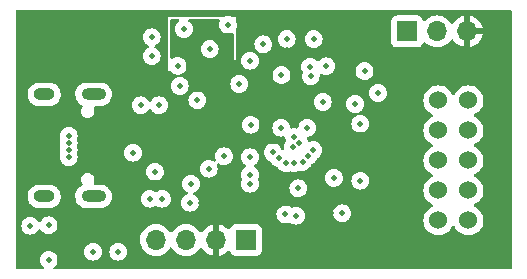
<source format=gbr>
%TF.GenerationSoftware,KiCad,Pcbnew,7.0.7*%
%TF.CreationDate,2024-02-11T21:42:05-08:00*%
%TF.ProjectId,PGL_FTDI_Prog,50474c5f-4654-4444-995f-50726f672e6b,rev?*%
%TF.SameCoordinates,Original*%
%TF.FileFunction,Copper,L2,Inr*%
%TF.FilePolarity,Positive*%
%FSLAX46Y46*%
G04 Gerber Fmt 4.6, Leading zero omitted, Abs format (unit mm)*
G04 Created by KiCad (PCBNEW 7.0.7) date 2024-02-11 21:42:05*
%MOMM*%
%LPD*%
G01*
G04 APERTURE LIST*
%TA.AperFunction,ComponentPad*%
%ADD10C,1.524000*%
%TD*%
%TA.AperFunction,ComponentPad*%
%ADD11R,1.700000X1.700000*%
%TD*%
%TA.AperFunction,ComponentPad*%
%ADD12O,1.700000X1.700000*%
%TD*%
%TA.AperFunction,ComponentPad*%
%ADD13O,2.100000X1.000000*%
%TD*%
%TA.AperFunction,ComponentPad*%
%ADD14O,1.800000X1.000000*%
%TD*%
%TA.AperFunction,ViaPad*%
%ADD15C,0.500000*%
%TD*%
G04 APERTURE END LIST*
D10*
%TO.N,Net-(J1-Pin_2)*%
%TO.C,U7*%
X102810000Y-56690000D03*
%TO.N,/UP5K_CDONE*%
X105350000Y-56690000D03*
%TO.N,/UP5K_CRESET*%
X102810000Y-59230000D03*
%TO.N,GND*%
X105350000Y-59230000D03*
%TO.N,/UP5K_UART_RX*%
X102810000Y-61770000D03*
%TO.N,/UP5K_UART_TX*%
X105350000Y-61770000D03*
%TO.N,/FLASH_CS*%
X102810000Y-64310000D03*
%TO.N,/FLASH_MISO*%
X105350000Y-64310000D03*
%TO.N,/FLASH_MOSI*%
X102810000Y-66850000D03*
%TO.N,/FLASH_SCK*%
X105350000Y-66850000D03*
%TD*%
D11*
%TO.N,+5V*%
%TO.C,J1*%
X100160000Y-50850000D03*
D12*
%TO.N,Net-(J1-Pin_2)*%
X102700000Y-50850000D03*
%TO.N,+3V3*%
X105240000Y-50850000D03*
%TD*%
D13*
%TO.N,GND*%
%TO.C,P1*%
X73605000Y-56180000D03*
D14*
X69425000Y-56180000D03*
D13*
X73605000Y-64820000D03*
D14*
X69425000Y-64820000D03*
%TD*%
D11*
%TO.N,GND*%
%TO.C,J3*%
X86520000Y-68500000D03*
D12*
%TO.N,+3V3*%
X83980000Y-68500000D03*
%TO.N,GND*%
X81440000Y-68500000D03*
%TO.N,+5V*%
X78900000Y-68500000D03*
%TD*%
D15*
%TO.N,+3V3*%
X73575000Y-67600000D03*
X75700000Y-67600000D03*
X95550000Y-50675000D03*
X77562500Y-55600000D03*
X72512500Y-53350000D03*
X84000000Y-65375000D03*
X93700000Y-66250000D03*
X88200000Y-64000000D03*
X93300000Y-54760000D03*
X80100000Y-63425000D03*
X89962500Y-52450000D03*
X72512500Y-50950000D03*
X97700000Y-57950000D03*
X96200000Y-59630000D03*
X86750000Y-50400000D03*
X82730000Y-65350000D03*
X78800000Y-63680000D03*
X90480000Y-54550000D03*
%TO.N,GND*%
X81850000Y-63750000D03*
X79150000Y-57100000D03*
X95750000Y-57000000D03*
X86850000Y-53320000D03*
X93017970Y-56831211D03*
X83450000Y-52350000D03*
X77600000Y-57100000D03*
X82400000Y-56695000D03*
X86850000Y-63750000D03*
X88800000Y-61100000D03*
X85950000Y-55300000D03*
X91000000Y-60300000D03*
X91300000Y-61900000D03*
X78800000Y-62720000D03*
X86900000Y-58750000D03*
X90945139Y-64138009D03*
X89500000Y-59000000D03*
X69800000Y-70180000D03*
X94660000Y-66250000D03*
X76950000Y-61125000D03*
X80900000Y-55475000D03*
X89900000Y-62000000D03*
X96550000Y-54200000D03*
X75700000Y-69500000D03*
X85000000Y-50270000D03*
X89520000Y-54550000D03*
X86850000Y-63000000D03*
X69800000Y-67270000D03*
X92200000Y-60900000D03*
X93950000Y-63250000D03*
X89300000Y-61600000D03*
X90500000Y-60600000D03*
X90600000Y-59800000D03*
X96200000Y-58670000D03*
X93300000Y-53800000D03*
X86850000Y-61500000D03*
X73575000Y-69500000D03*
X84650000Y-61420000D03*
X97700000Y-56050000D03*
X78350000Y-65020000D03*
X81770000Y-65350000D03*
X90600000Y-62000000D03*
X96200000Y-63480000D03*
X91700000Y-59000000D03*
X79400000Y-65020000D03*
X92237500Y-51500000D03*
X91800000Y-61400000D03*
X80720000Y-53750000D03*
X81250000Y-50650000D03*
X68250000Y-67300000D03*
X83350000Y-62480000D03*
%TO.N,+5V*%
X71500000Y-60300000D03*
X71500000Y-61500000D03*
X71500000Y-60900000D03*
X71500000Y-59700000D03*
%TO.N,Net-(U5-BCBUS4)*%
X78525000Y-51350000D03*
X91950000Y-53850000D03*
%TO.N,Net-(U5-BCBUS3)*%
X78525000Y-52950000D03*
X92000000Y-54650000D03*
%TO.N,/UP5K_CDONE*%
X89850000Y-66350000D03*
%TO.N,/UP5K_CRESET*%
X90750000Y-66450000D03*
%TO.N,/EEPROM_SPI_CS*%
X89962500Y-51500000D03*
X87975000Y-51950000D03*
%TD*%
%TA.AperFunction,Conductor*%
%TO.N,+3V3*%
G36*
X108942539Y-49020185D02*
G01*
X108988294Y-49072989D01*
X108999500Y-49124500D01*
X108999500Y-70875500D01*
X108979815Y-70942539D01*
X108927011Y-70988294D01*
X108875500Y-70999500D01*
X70336815Y-70999500D01*
X70269776Y-70979815D01*
X70224021Y-70927011D01*
X70214077Y-70857853D01*
X70243102Y-70794297D01*
X70265593Y-70775008D01*
X70265444Y-70774820D01*
X70270714Y-70770616D01*
X70270843Y-70770506D01*
X70270890Y-70770477D01*
X70390477Y-70650890D01*
X70480452Y-70507697D01*
X70480454Y-70507694D01*
X70480454Y-70507692D01*
X70480456Y-70507690D01*
X70536313Y-70348059D01*
X70536313Y-70348058D01*
X70536314Y-70348056D01*
X70555249Y-70180002D01*
X70555249Y-70179997D01*
X70536314Y-70011943D01*
X70480454Y-69852305D01*
X70480452Y-69852302D01*
X70390481Y-69709115D01*
X70390476Y-69709109D01*
X70270890Y-69589523D01*
X70270884Y-69589518D01*
X70128421Y-69500002D01*
X72819751Y-69500002D01*
X72838685Y-69668056D01*
X72894545Y-69827694D01*
X72894547Y-69827697D01*
X72984518Y-69970884D01*
X72984523Y-69970890D01*
X73104109Y-70090476D01*
X73104115Y-70090481D01*
X73247302Y-70180452D01*
X73247305Y-70180454D01*
X73247309Y-70180455D01*
X73247310Y-70180456D01*
X73319913Y-70205860D01*
X73406943Y-70236314D01*
X73574997Y-70255249D01*
X73575000Y-70255249D01*
X73575003Y-70255249D01*
X73743056Y-70236314D01*
X73743059Y-70236313D01*
X73902690Y-70180456D01*
X73902692Y-70180454D01*
X73902694Y-70180454D01*
X73902697Y-70180452D01*
X74045884Y-70090481D01*
X74045885Y-70090480D01*
X74045890Y-70090477D01*
X74165477Y-69970890D01*
X74237882Y-69855659D01*
X74255452Y-69827697D01*
X74255454Y-69827694D01*
X74255454Y-69827692D01*
X74255456Y-69827690D01*
X74311313Y-69668059D01*
X74311313Y-69668058D01*
X74311314Y-69668056D01*
X74330249Y-69500002D01*
X74944751Y-69500002D01*
X74963685Y-69668056D01*
X75019545Y-69827694D01*
X75019547Y-69827697D01*
X75109518Y-69970884D01*
X75109523Y-69970890D01*
X75229109Y-70090476D01*
X75229115Y-70090481D01*
X75372302Y-70180452D01*
X75372305Y-70180454D01*
X75372309Y-70180455D01*
X75372310Y-70180456D01*
X75444913Y-70205860D01*
X75531943Y-70236314D01*
X75699997Y-70255249D01*
X75700000Y-70255249D01*
X75700003Y-70255249D01*
X75868056Y-70236314D01*
X75868059Y-70236313D01*
X76027690Y-70180456D01*
X76027692Y-70180454D01*
X76027694Y-70180454D01*
X76027697Y-70180452D01*
X76170884Y-70090481D01*
X76170885Y-70090480D01*
X76170890Y-70090477D01*
X76290477Y-69970890D01*
X76362882Y-69855659D01*
X76380452Y-69827697D01*
X76380454Y-69827694D01*
X76380454Y-69827692D01*
X76380456Y-69827690D01*
X76436313Y-69668059D01*
X76436313Y-69668058D01*
X76436314Y-69668056D01*
X76455249Y-69500002D01*
X76455249Y-69499997D01*
X76436314Y-69331943D01*
X76382389Y-69177834D01*
X76380456Y-69172310D01*
X76380455Y-69172309D01*
X76380454Y-69172305D01*
X76380452Y-69172302D01*
X76290481Y-69029115D01*
X76290476Y-69029109D01*
X76170890Y-68909523D01*
X76170884Y-68909518D01*
X76027697Y-68819547D01*
X76027694Y-68819545D01*
X75868056Y-68763685D01*
X75700003Y-68744751D01*
X75699997Y-68744751D01*
X75531943Y-68763685D01*
X75372305Y-68819545D01*
X75372302Y-68819547D01*
X75229115Y-68909518D01*
X75229109Y-68909523D01*
X75109523Y-69029109D01*
X75109518Y-69029115D01*
X75019547Y-69172302D01*
X75019545Y-69172305D01*
X74963685Y-69331943D01*
X74944751Y-69499997D01*
X74944751Y-69500002D01*
X74330249Y-69500002D01*
X74330249Y-69499997D01*
X74311314Y-69331943D01*
X74257389Y-69177834D01*
X74255456Y-69172310D01*
X74255455Y-69172309D01*
X74255454Y-69172305D01*
X74255452Y-69172302D01*
X74165481Y-69029115D01*
X74165476Y-69029109D01*
X74045890Y-68909523D01*
X74045884Y-68909518D01*
X73902697Y-68819547D01*
X73902694Y-68819545D01*
X73743056Y-68763685D01*
X73575003Y-68744751D01*
X73574997Y-68744751D01*
X73406943Y-68763685D01*
X73247305Y-68819545D01*
X73247302Y-68819547D01*
X73104115Y-68909518D01*
X73104109Y-68909523D01*
X72984523Y-69029109D01*
X72984518Y-69029115D01*
X72894547Y-69172302D01*
X72894545Y-69172305D01*
X72838685Y-69331943D01*
X72819751Y-69499997D01*
X72819751Y-69500002D01*
X70128421Y-69500002D01*
X70127697Y-69499547D01*
X70127694Y-69499545D01*
X69968056Y-69443685D01*
X69800003Y-69424751D01*
X69799997Y-69424751D01*
X69631943Y-69443685D01*
X69472305Y-69499545D01*
X69472302Y-69499547D01*
X69329115Y-69589518D01*
X69329109Y-69589523D01*
X69209523Y-69709109D01*
X69209518Y-69709115D01*
X69119547Y-69852302D01*
X69119545Y-69852305D01*
X69063685Y-70011943D01*
X69044751Y-70179997D01*
X69044751Y-70180002D01*
X69063685Y-70348056D01*
X69119545Y-70507694D01*
X69119547Y-70507697D01*
X69209518Y-70650884D01*
X69209523Y-70650890D01*
X69329110Y-70770477D01*
X69329155Y-70770505D01*
X69329177Y-70770530D01*
X69334556Y-70774820D01*
X69333804Y-70775761D01*
X69375447Y-70822838D01*
X69386097Y-70891891D01*
X69357724Y-70955740D01*
X69299335Y-70994114D01*
X69263185Y-70999500D01*
X67124500Y-70999500D01*
X67057461Y-70979815D01*
X67011706Y-70927011D01*
X67000500Y-70875500D01*
X67000500Y-68500000D01*
X77544341Y-68500000D01*
X77564936Y-68735403D01*
X77564938Y-68735413D01*
X77626094Y-68963655D01*
X77626096Y-68963659D01*
X77626097Y-68963663D01*
X77706004Y-69135023D01*
X77725965Y-69177830D01*
X77725967Y-69177834D01*
X77833875Y-69331941D01*
X77861505Y-69371401D01*
X78028599Y-69538495D01*
X78125384Y-69606264D01*
X78222165Y-69674032D01*
X78222167Y-69674033D01*
X78222170Y-69674035D01*
X78436337Y-69773903D01*
X78664592Y-69835063D01*
X78841034Y-69850500D01*
X78899999Y-69855659D01*
X78900000Y-69855659D01*
X78900001Y-69855659D01*
X78958966Y-69850500D01*
X79135408Y-69835063D01*
X79363663Y-69773903D01*
X79577830Y-69674035D01*
X79771401Y-69538495D01*
X79938495Y-69371401D01*
X80068424Y-69185842D01*
X80123002Y-69142217D01*
X80192500Y-69135023D01*
X80254855Y-69166546D01*
X80271575Y-69185842D01*
X80401500Y-69371395D01*
X80401505Y-69371401D01*
X80568599Y-69538495D01*
X80665384Y-69606264D01*
X80762165Y-69674032D01*
X80762167Y-69674033D01*
X80762170Y-69674035D01*
X80976337Y-69773903D01*
X81204592Y-69835063D01*
X81381034Y-69850500D01*
X81439999Y-69855659D01*
X81440000Y-69855659D01*
X81440001Y-69855659D01*
X81498966Y-69850500D01*
X81675408Y-69835063D01*
X81903663Y-69773903D01*
X82117830Y-69674035D01*
X82311401Y-69538495D01*
X82478495Y-69371401D01*
X82608730Y-69185405D01*
X82663307Y-69141781D01*
X82732805Y-69134587D01*
X82795160Y-69166110D01*
X82811879Y-69185405D01*
X82941890Y-69371078D01*
X83108917Y-69538105D01*
X83302421Y-69673600D01*
X83516507Y-69773429D01*
X83516516Y-69773433D01*
X83730000Y-69830634D01*
X83730000Y-69112301D01*
X83749685Y-69045262D01*
X83802489Y-68999507D01*
X83871647Y-68989563D01*
X83944237Y-69000000D01*
X83944238Y-69000000D01*
X84015762Y-69000000D01*
X84015763Y-69000000D01*
X84088353Y-68989563D01*
X84157512Y-68999507D01*
X84210315Y-69045262D01*
X84230000Y-69112301D01*
X84230000Y-69830633D01*
X84443483Y-69773433D01*
X84443492Y-69773429D01*
X84657578Y-69673600D01*
X84851078Y-69538108D01*
X84973133Y-69416053D01*
X85034456Y-69382568D01*
X85104148Y-69387552D01*
X85160082Y-69429423D01*
X85176997Y-69460401D01*
X85226202Y-69592328D01*
X85226206Y-69592335D01*
X85312452Y-69707544D01*
X85312455Y-69707547D01*
X85427664Y-69793793D01*
X85427671Y-69793797D01*
X85562517Y-69844091D01*
X85562516Y-69844091D01*
X85569444Y-69844835D01*
X85622127Y-69850500D01*
X87417872Y-69850499D01*
X87477483Y-69844091D01*
X87612331Y-69793796D01*
X87727546Y-69707546D01*
X87813796Y-69592331D01*
X87864091Y-69457483D01*
X87870500Y-69397873D01*
X87870499Y-67602128D01*
X87864091Y-67542517D01*
X87863002Y-67539598D01*
X87813797Y-67407671D01*
X87813793Y-67407664D01*
X87727547Y-67292455D01*
X87727544Y-67292452D01*
X87612335Y-67206206D01*
X87612328Y-67206202D01*
X87477482Y-67155908D01*
X87477483Y-67155908D01*
X87417883Y-67149501D01*
X87417881Y-67149500D01*
X87417873Y-67149500D01*
X87417864Y-67149500D01*
X85622129Y-67149500D01*
X85622123Y-67149501D01*
X85562516Y-67155908D01*
X85427671Y-67206202D01*
X85427664Y-67206206D01*
X85312455Y-67292452D01*
X85312452Y-67292455D01*
X85226206Y-67407664D01*
X85226202Y-67407671D01*
X85176997Y-67539598D01*
X85135126Y-67595532D01*
X85069661Y-67619949D01*
X85001388Y-67605097D01*
X84973134Y-67583946D01*
X84851082Y-67461894D01*
X84657578Y-67326399D01*
X84443492Y-67226570D01*
X84443486Y-67226567D01*
X84230000Y-67169364D01*
X84230000Y-67887698D01*
X84210315Y-67954737D01*
X84157511Y-68000492D01*
X84088355Y-68010436D01*
X84015766Y-68000000D01*
X84015763Y-68000000D01*
X83944237Y-68000000D01*
X83944233Y-68000000D01*
X83871645Y-68010436D01*
X83802487Y-68000492D01*
X83749684Y-67954736D01*
X83730000Y-67887698D01*
X83730000Y-67169364D01*
X83729999Y-67169364D01*
X83516513Y-67226567D01*
X83516507Y-67226570D01*
X83302422Y-67326399D01*
X83302420Y-67326400D01*
X83108926Y-67461886D01*
X83108920Y-67461891D01*
X82941891Y-67628920D01*
X82941890Y-67628922D01*
X82811880Y-67814595D01*
X82757303Y-67858219D01*
X82687804Y-67865412D01*
X82625450Y-67833890D01*
X82608730Y-67814594D01*
X82478494Y-67628597D01*
X82311402Y-67461506D01*
X82311395Y-67461501D01*
X82117834Y-67325967D01*
X82117830Y-67325965D01*
X82069514Y-67303435D01*
X81903663Y-67226097D01*
X81903659Y-67226096D01*
X81903655Y-67226094D01*
X81675413Y-67164938D01*
X81675403Y-67164936D01*
X81440001Y-67144341D01*
X81439999Y-67144341D01*
X81204596Y-67164936D01*
X81204586Y-67164938D01*
X80976344Y-67226094D01*
X80976335Y-67226098D01*
X80762171Y-67325964D01*
X80762169Y-67325965D01*
X80568597Y-67461505D01*
X80401505Y-67628597D01*
X80271575Y-67814158D01*
X80216998Y-67857783D01*
X80147500Y-67864977D01*
X80085145Y-67833454D01*
X80068425Y-67814158D01*
X79938494Y-67628597D01*
X79771402Y-67461506D01*
X79771395Y-67461501D01*
X79577834Y-67325967D01*
X79577830Y-67325965D01*
X79529514Y-67303435D01*
X79363663Y-67226097D01*
X79363659Y-67226096D01*
X79363655Y-67226094D01*
X79135413Y-67164938D01*
X79135403Y-67164936D01*
X78900001Y-67144341D01*
X78899999Y-67144341D01*
X78664596Y-67164936D01*
X78664586Y-67164938D01*
X78436344Y-67226094D01*
X78436335Y-67226098D01*
X78222171Y-67325964D01*
X78222169Y-67325965D01*
X78028597Y-67461505D01*
X77861505Y-67628597D01*
X77725965Y-67822169D01*
X77725964Y-67822171D01*
X77626098Y-68036335D01*
X77626094Y-68036344D01*
X77564938Y-68264586D01*
X77564936Y-68264596D01*
X77544341Y-68499999D01*
X77544341Y-68500000D01*
X67000500Y-68500000D01*
X67000500Y-67300002D01*
X67494751Y-67300002D01*
X67513685Y-67468056D01*
X67569545Y-67627694D01*
X67569547Y-67627697D01*
X67659518Y-67770884D01*
X67659523Y-67770890D01*
X67779109Y-67890476D01*
X67779115Y-67890481D01*
X67922302Y-67980452D01*
X67922305Y-67980454D01*
X67922309Y-67980455D01*
X67922310Y-67980456D01*
X67978164Y-68000000D01*
X68081943Y-68036314D01*
X68249997Y-68055249D01*
X68250000Y-68055249D01*
X68250003Y-68055249D01*
X68418056Y-68036314D01*
X68418059Y-68036313D01*
X68577690Y-67980456D01*
X68577692Y-67980454D01*
X68577694Y-67980454D01*
X68577697Y-67980452D01*
X68720884Y-67890481D01*
X68720885Y-67890480D01*
X68720890Y-67890477D01*
X68840477Y-67770890D01*
X68929431Y-67629320D01*
X68981766Y-67583030D01*
X69050820Y-67572382D01*
X69114668Y-67600757D01*
X69139418Y-67629320D01*
X69209521Y-67740888D01*
X69329109Y-67860476D01*
X69329115Y-67860481D01*
X69472302Y-67950452D01*
X69472305Y-67950454D01*
X69472309Y-67950455D01*
X69472310Y-67950456D01*
X69544913Y-67975860D01*
X69631943Y-68006314D01*
X69799997Y-68025249D01*
X69800000Y-68025249D01*
X69800003Y-68025249D01*
X69968056Y-68006314D01*
X69968059Y-68006313D01*
X70127690Y-67950456D01*
X70127692Y-67950454D01*
X70127694Y-67950454D01*
X70127697Y-67950452D01*
X70270884Y-67860481D01*
X70270885Y-67860480D01*
X70270890Y-67860477D01*
X70390477Y-67740890D01*
X70390481Y-67740884D01*
X70480452Y-67597697D01*
X70480454Y-67597694D01*
X70480454Y-67597692D01*
X70480456Y-67597690D01*
X70536313Y-67438059D01*
X70536313Y-67438058D01*
X70536314Y-67438056D01*
X70555249Y-67270002D01*
X70555249Y-67269997D01*
X70536314Y-67101943D01*
X70496083Y-66986970D01*
X70480456Y-66942310D01*
X70480455Y-66942309D01*
X70480454Y-66942305D01*
X70480452Y-66942302D01*
X70390481Y-66799115D01*
X70390476Y-66799109D01*
X70270890Y-66679523D01*
X70270884Y-66679518D01*
X70127697Y-66589547D01*
X70127694Y-66589545D01*
X69968056Y-66533685D01*
X69800003Y-66514751D01*
X69799997Y-66514751D01*
X69631943Y-66533685D01*
X69472305Y-66589545D01*
X69472302Y-66589547D01*
X69329115Y-66679518D01*
X69329109Y-66679523D01*
X69209523Y-66799109D01*
X69209521Y-66799112D01*
X69120567Y-66940679D01*
X69068232Y-66986970D01*
X68999178Y-66997617D01*
X68935330Y-66969241D01*
X68910580Y-66940678D01*
X68904155Y-66930452D01*
X68840477Y-66829110D01*
X68720890Y-66709523D01*
X68720884Y-66709518D01*
X68577697Y-66619547D01*
X68577694Y-66619545D01*
X68418056Y-66563685D01*
X68250003Y-66544751D01*
X68249997Y-66544751D01*
X68081943Y-66563685D01*
X67922305Y-66619545D01*
X67922302Y-66619547D01*
X67779115Y-66709518D01*
X67779109Y-66709523D01*
X67659523Y-66829109D01*
X67659518Y-66829115D01*
X67569547Y-66972302D01*
X67569545Y-66972305D01*
X67513685Y-67131943D01*
X67494751Y-67299997D01*
X67494751Y-67300002D01*
X67000500Y-67300002D01*
X67000500Y-66350002D01*
X89094751Y-66350002D01*
X89113685Y-66518056D01*
X89169545Y-66677694D01*
X89169547Y-66677697D01*
X89259518Y-66820884D01*
X89259523Y-66820890D01*
X89379109Y-66940476D01*
X89379115Y-66940481D01*
X89522302Y-67030452D01*
X89522305Y-67030454D01*
X89522309Y-67030455D01*
X89522310Y-67030456D01*
X89550946Y-67040476D01*
X89681943Y-67086314D01*
X89849997Y-67105249D01*
X89850000Y-67105249D01*
X89850003Y-67105249D01*
X89976044Y-67091047D01*
X90018059Y-67086313D01*
X90176227Y-67030967D01*
X90246002Y-67027405D01*
X90283148Y-67043014D01*
X90326204Y-67070068D01*
X90422306Y-67130454D01*
X90422307Y-67130454D01*
X90422310Y-67130456D01*
X90528730Y-67167694D01*
X90581943Y-67186314D01*
X90749997Y-67205249D01*
X90750000Y-67205249D01*
X90750003Y-67205249D01*
X90918056Y-67186314D01*
X90918059Y-67186313D01*
X91077690Y-67130456D01*
X91077692Y-67130454D01*
X91077694Y-67130454D01*
X91077697Y-67130452D01*
X91220884Y-67040481D01*
X91220885Y-67040480D01*
X91220890Y-67040477D01*
X91340477Y-66920890D01*
X91385019Y-66850002D01*
X91430452Y-66777697D01*
X91430454Y-66777694D01*
X91430454Y-66777692D01*
X91430456Y-66777690D01*
X91486313Y-66618059D01*
X91486313Y-66618058D01*
X91486314Y-66618056D01*
X91505249Y-66450002D01*
X91505249Y-66449997D01*
X91486314Y-66281943D01*
X91475137Y-66250002D01*
X93904751Y-66250002D01*
X93923685Y-66418056D01*
X93979545Y-66577694D01*
X93979547Y-66577697D01*
X94069518Y-66720884D01*
X94069523Y-66720890D01*
X94189109Y-66840476D01*
X94189115Y-66840481D01*
X94332302Y-66930452D01*
X94332305Y-66930454D01*
X94332309Y-66930455D01*
X94332310Y-66930456D01*
X94360946Y-66940476D01*
X94491943Y-66986314D01*
X94659997Y-67005249D01*
X94660000Y-67005249D01*
X94660003Y-67005249D01*
X94828056Y-66986314D01*
X94868077Y-66972310D01*
X94987690Y-66930456D01*
X94987692Y-66930454D01*
X94987694Y-66930454D01*
X94987697Y-66930452D01*
X95115732Y-66850002D01*
X101542677Y-66850002D01*
X101561929Y-67070062D01*
X101561930Y-67070070D01*
X101619104Y-67283445D01*
X101619105Y-67283447D01*
X101619106Y-67283450D01*
X101705189Y-67468056D01*
X101712466Y-67483662D01*
X101712468Y-67483666D01*
X101839170Y-67664615D01*
X101839175Y-67664621D01*
X101995378Y-67820824D01*
X101995384Y-67820829D01*
X102176333Y-67947531D01*
X102176335Y-67947532D01*
X102176338Y-67947534D01*
X102376550Y-68040894D01*
X102589932Y-68098070D01*
X102747123Y-68111822D01*
X102809998Y-68117323D01*
X102810000Y-68117323D01*
X102810002Y-68117323D01*
X102865016Y-68112509D01*
X103030068Y-68098070D01*
X103243450Y-68040894D01*
X103443662Y-67947534D01*
X103624620Y-67820826D01*
X103780826Y-67664620D01*
X103907534Y-67483662D01*
X103967617Y-67354811D01*
X104013790Y-67302371D01*
X104080983Y-67283219D01*
X104147865Y-67303435D01*
X104192382Y-67354811D01*
X104252464Y-67483658D01*
X104252468Y-67483666D01*
X104379170Y-67664615D01*
X104379175Y-67664621D01*
X104535378Y-67820824D01*
X104535384Y-67820829D01*
X104716333Y-67947531D01*
X104716335Y-67947532D01*
X104716338Y-67947534D01*
X104916550Y-68040894D01*
X105129932Y-68098070D01*
X105287123Y-68111822D01*
X105349998Y-68117323D01*
X105350000Y-68117323D01*
X105350002Y-68117323D01*
X105405017Y-68112509D01*
X105570068Y-68098070D01*
X105783450Y-68040894D01*
X105983662Y-67947534D01*
X106164620Y-67820826D01*
X106320826Y-67664620D01*
X106447534Y-67483662D01*
X106540894Y-67283450D01*
X106598070Y-67070068D01*
X106617323Y-66850000D01*
X106615495Y-66829110D01*
X106610103Y-66767474D01*
X106598070Y-66629932D01*
X106540894Y-66416550D01*
X106447534Y-66216339D01*
X106381689Y-66122302D01*
X106320827Y-66035381D01*
X106264555Y-65979109D01*
X106164620Y-65879174D01*
X106164616Y-65879171D01*
X106164615Y-65879170D01*
X105983666Y-65752468D01*
X105983658Y-65752464D01*
X105854811Y-65692382D01*
X105802371Y-65646210D01*
X105783219Y-65579017D01*
X105803435Y-65512135D01*
X105854811Y-65467618D01*
X105860802Y-65464824D01*
X105983662Y-65407534D01*
X106164620Y-65280826D01*
X106320826Y-65124620D01*
X106447534Y-64943662D01*
X106540894Y-64743450D01*
X106598070Y-64530068D01*
X106617323Y-64310000D01*
X106598070Y-64089932D01*
X106540894Y-63876550D01*
X106447534Y-63676339D01*
X106378465Y-63577697D01*
X106320827Y-63495381D01*
X106243502Y-63418056D01*
X106164620Y-63339174D01*
X106164616Y-63339171D01*
X106164615Y-63339170D01*
X105983666Y-63212468D01*
X105983658Y-63212464D01*
X105854811Y-63152382D01*
X105802371Y-63106210D01*
X105783219Y-63039017D01*
X105803435Y-62972135D01*
X105854811Y-62927618D01*
X105866211Y-62922302D01*
X105983662Y-62867534D01*
X106164620Y-62740826D01*
X106320826Y-62584620D01*
X106447534Y-62403662D01*
X106540894Y-62203450D01*
X106598070Y-61990068D01*
X106617323Y-61770000D01*
X106613621Y-61727690D01*
X106610103Y-61687474D01*
X106598070Y-61549932D01*
X106540894Y-61336550D01*
X106447534Y-61136339D01*
X106379694Y-61039453D01*
X106320827Y-60955381D01*
X106246825Y-60881379D01*
X106164620Y-60799174D01*
X106164616Y-60799171D01*
X106164615Y-60799170D01*
X105983666Y-60672468D01*
X105983658Y-60672464D01*
X105854811Y-60612382D01*
X105802371Y-60566210D01*
X105783219Y-60499017D01*
X105803435Y-60432135D01*
X105854811Y-60387618D01*
X105860802Y-60384824D01*
X105983662Y-60327534D01*
X106164620Y-60200826D01*
X106320826Y-60044620D01*
X106447534Y-59863662D01*
X106540894Y-59663450D01*
X106598070Y-59450068D01*
X106617323Y-59230000D01*
X106616525Y-59220884D01*
X106609466Y-59140189D01*
X106598070Y-59009932D01*
X106540894Y-58796550D01*
X106447534Y-58596339D01*
X106381436Y-58501941D01*
X106320827Y-58415381D01*
X106247748Y-58342302D01*
X106164620Y-58259174D01*
X106164616Y-58259171D01*
X106164615Y-58259170D01*
X105983666Y-58132468D01*
X105983658Y-58132464D01*
X105854811Y-58072382D01*
X105802371Y-58026210D01*
X105783219Y-57959017D01*
X105803435Y-57892135D01*
X105854811Y-57847618D01*
X105860802Y-57844824D01*
X105983662Y-57787534D01*
X106164620Y-57660826D01*
X106320826Y-57504620D01*
X106447534Y-57323662D01*
X106540894Y-57123450D01*
X106598070Y-56910068D01*
X106615402Y-56711958D01*
X106617323Y-56690002D01*
X106617323Y-56689997D01*
X106603261Y-56529271D01*
X106598070Y-56469932D01*
X106540894Y-56256550D01*
X106447534Y-56056339D01*
X106357621Y-55927929D01*
X106320827Y-55875381D01*
X106248136Y-55802690D01*
X106164620Y-55719174D01*
X106164616Y-55719171D01*
X106164615Y-55719170D01*
X105983666Y-55592468D01*
X105983662Y-55592466D01*
X105983661Y-55592465D01*
X105783450Y-55499106D01*
X105783447Y-55499105D01*
X105783445Y-55499104D01*
X105570070Y-55441930D01*
X105570062Y-55441929D01*
X105350002Y-55422677D01*
X105349998Y-55422677D01*
X105129937Y-55441929D01*
X105129929Y-55441930D01*
X104916554Y-55499104D01*
X104916548Y-55499107D01*
X104716340Y-55592465D01*
X104716338Y-55592466D01*
X104535377Y-55719175D01*
X104379175Y-55875377D01*
X104252466Y-56056338D01*
X104252465Y-56056340D01*
X104192382Y-56185189D01*
X104146209Y-56237628D01*
X104079016Y-56256780D01*
X104012135Y-56236564D01*
X103967618Y-56185189D01*
X103941445Y-56129061D01*
X103907534Y-56056339D01*
X103817621Y-55927929D01*
X103780827Y-55875381D01*
X103708136Y-55802690D01*
X103624620Y-55719174D01*
X103624616Y-55719171D01*
X103624615Y-55719170D01*
X103443666Y-55592468D01*
X103443662Y-55592466D01*
X103443662Y-55592465D01*
X103243450Y-55499106D01*
X103243447Y-55499105D01*
X103243445Y-55499104D01*
X103030070Y-55441930D01*
X103030062Y-55441929D01*
X102810002Y-55422677D01*
X102809998Y-55422677D01*
X102589937Y-55441929D01*
X102589929Y-55441930D01*
X102376554Y-55499104D01*
X102376548Y-55499107D01*
X102176340Y-55592465D01*
X102176338Y-55592466D01*
X101995377Y-55719175D01*
X101839175Y-55875377D01*
X101712466Y-56056338D01*
X101712465Y-56056340D01*
X101619107Y-56256548D01*
X101619104Y-56256554D01*
X101561930Y-56469929D01*
X101561929Y-56469937D01*
X101542677Y-56689997D01*
X101542677Y-56690002D01*
X101561929Y-56910062D01*
X101561930Y-56910070D01*
X101619104Y-57123445D01*
X101619105Y-57123447D01*
X101619106Y-57123450D01*
X101664130Y-57220004D01*
X101712466Y-57323662D01*
X101712468Y-57323666D01*
X101839170Y-57504615D01*
X101839175Y-57504621D01*
X101995378Y-57660824D01*
X101995384Y-57660829D01*
X102176333Y-57787531D01*
X102176335Y-57787532D01*
X102176338Y-57787534D01*
X102295748Y-57843215D01*
X102305189Y-57847618D01*
X102357628Y-57893790D01*
X102376780Y-57960984D01*
X102356564Y-58027865D01*
X102305189Y-58072382D01*
X102176340Y-58132465D01*
X102176338Y-58132466D01*
X101995377Y-58259175D01*
X101839175Y-58415377D01*
X101712466Y-58596338D01*
X101712465Y-58596340D01*
X101619107Y-58796548D01*
X101619104Y-58796554D01*
X101561930Y-59009929D01*
X101561929Y-59009937D01*
X101542677Y-59229997D01*
X101542677Y-59230002D01*
X101561929Y-59450062D01*
X101561930Y-59450070D01*
X101619104Y-59663445D01*
X101619105Y-59663447D01*
X101619106Y-59663450D01*
X101682780Y-59800000D01*
X101712466Y-59863662D01*
X101712468Y-59863666D01*
X101839170Y-60044615D01*
X101839175Y-60044621D01*
X101995378Y-60200824D01*
X101995384Y-60200829D01*
X102176333Y-60327531D01*
X102176335Y-60327532D01*
X102176338Y-60327534D01*
X102253869Y-60363687D01*
X102305189Y-60387618D01*
X102357628Y-60433790D01*
X102376780Y-60500984D01*
X102356564Y-60567865D01*
X102305189Y-60612382D01*
X102176340Y-60672465D01*
X102176338Y-60672466D01*
X101995377Y-60799175D01*
X101839175Y-60955377D01*
X101712466Y-61136338D01*
X101712465Y-61136340D01*
X101652382Y-61265189D01*
X101627992Y-61317495D01*
X101619107Y-61336548D01*
X101619104Y-61336554D01*
X101561930Y-61549929D01*
X101561929Y-61549937D01*
X101542677Y-61769997D01*
X101542677Y-61770002D01*
X101561929Y-61990062D01*
X101561930Y-61990070D01*
X101619104Y-62203445D01*
X101619105Y-62203447D01*
X101619106Y-62203450D01*
X101709897Y-62398153D01*
X101712466Y-62403662D01*
X101712468Y-62403666D01*
X101839170Y-62584615D01*
X101839175Y-62584621D01*
X101995378Y-62740824D01*
X101995384Y-62740829D01*
X102176333Y-62867531D01*
X102176335Y-62867532D01*
X102176338Y-62867534D01*
X102223494Y-62889523D01*
X102305189Y-62927618D01*
X102357628Y-62973790D01*
X102376780Y-63040984D01*
X102356564Y-63107865D01*
X102305189Y-63152382D01*
X102176340Y-63212465D01*
X102176338Y-63212466D01*
X101995377Y-63339175D01*
X101839175Y-63495377D01*
X101712466Y-63676338D01*
X101712465Y-63676340D01*
X101619107Y-63876548D01*
X101619104Y-63876554D01*
X101561930Y-64089929D01*
X101561929Y-64089937D01*
X101542677Y-64309997D01*
X101542677Y-64310002D01*
X101561929Y-64530062D01*
X101561930Y-64530070D01*
X101619104Y-64743445D01*
X101619105Y-64743447D01*
X101619106Y-64743450D01*
X101688962Y-64893258D01*
X101712466Y-64943662D01*
X101712468Y-64943666D01*
X101839170Y-65124615D01*
X101839175Y-65124621D01*
X101995378Y-65280824D01*
X101995384Y-65280829D01*
X102176333Y-65407531D01*
X102176335Y-65407532D01*
X102176338Y-65407534D01*
X102295748Y-65463215D01*
X102305189Y-65467618D01*
X102357628Y-65513790D01*
X102376780Y-65580984D01*
X102356564Y-65647865D01*
X102305189Y-65692382D01*
X102176340Y-65752465D01*
X102176338Y-65752466D01*
X101995377Y-65879175D01*
X101839175Y-66035377D01*
X101712466Y-66216338D01*
X101712465Y-66216340D01*
X101619107Y-66416548D01*
X101619104Y-66416554D01*
X101561930Y-66629929D01*
X101561929Y-66629937D01*
X101542677Y-66849997D01*
X101542677Y-66850002D01*
X95115732Y-66850002D01*
X95130884Y-66840481D01*
X95130885Y-66840480D01*
X95130890Y-66840477D01*
X95250477Y-66720890D01*
X95250481Y-66720884D01*
X95340452Y-66577697D01*
X95340454Y-66577694D01*
X95340454Y-66577692D01*
X95340456Y-66577690D01*
X95396313Y-66418059D01*
X95396313Y-66418058D01*
X95396314Y-66418056D01*
X95415249Y-66250002D01*
X95415249Y-66249997D01*
X95396314Y-66081943D01*
X95346813Y-65940477D01*
X95340456Y-65922310D01*
X95340455Y-65922309D01*
X95340454Y-65922305D01*
X95340452Y-65922302D01*
X95250481Y-65779115D01*
X95250476Y-65779109D01*
X95130890Y-65659523D01*
X95130884Y-65659518D01*
X94987697Y-65569547D01*
X94987694Y-65569545D01*
X94828056Y-65513685D01*
X94660003Y-65494751D01*
X94659997Y-65494751D01*
X94491943Y-65513685D01*
X94332305Y-65569545D01*
X94332302Y-65569547D01*
X94189115Y-65659518D01*
X94189109Y-65659523D01*
X94069523Y-65779109D01*
X94069518Y-65779115D01*
X93979547Y-65922302D01*
X93979545Y-65922305D01*
X93923685Y-66081943D01*
X93904751Y-66249997D01*
X93904751Y-66250002D01*
X91475137Y-66250002D01*
X91430454Y-66122305D01*
X91430452Y-66122302D01*
X91340481Y-65979115D01*
X91340476Y-65979109D01*
X91220890Y-65859523D01*
X91220884Y-65859518D01*
X91077697Y-65769547D01*
X91077694Y-65769545D01*
X90918056Y-65713685D01*
X90750003Y-65694751D01*
X90749997Y-65694751D01*
X90581942Y-65713686D01*
X90423774Y-65769031D01*
X90353995Y-65772592D01*
X90316848Y-65756983D01*
X90177692Y-65669545D01*
X90177691Y-65669544D01*
X90177690Y-65669544D01*
X90115735Y-65647865D01*
X90018056Y-65613685D01*
X89850003Y-65594751D01*
X89849997Y-65594751D01*
X89681943Y-65613685D01*
X89522305Y-65669545D01*
X89522302Y-65669547D01*
X89379115Y-65759518D01*
X89379109Y-65759523D01*
X89259523Y-65879109D01*
X89259518Y-65879115D01*
X89169547Y-66022302D01*
X89169545Y-66022305D01*
X89113685Y-66181943D01*
X89094751Y-66349997D01*
X89094751Y-66350002D01*
X67000500Y-66350002D01*
X67000500Y-64870936D01*
X68020631Y-64870936D01*
X68051442Y-65072063D01*
X68051445Y-65072075D01*
X68122111Y-65262881D01*
X68122113Y-65262884D01*
X68122114Y-65262887D01*
X68168005Y-65336513D01*
X68229745Y-65435567D01*
X68229749Y-65435572D01*
X68369583Y-65582677D01*
X68369941Y-65583053D01*
X68479210Y-65659106D01*
X68536949Y-65699294D01*
X68536950Y-65699294D01*
X68536951Y-65699295D01*
X68723942Y-65779540D01*
X68923259Y-65820500D01*
X69875743Y-65820500D01*
X70027439Y-65805074D01*
X70221579Y-65744162D01*
X70221580Y-65744161D01*
X70221588Y-65744159D01*
X70399502Y-65645409D01*
X70553895Y-65512866D01*
X70678448Y-65351958D01*
X70768060Y-65169271D01*
X70819063Y-64972285D01*
X70824203Y-64870936D01*
X72050631Y-64870936D01*
X72081442Y-65072063D01*
X72081445Y-65072075D01*
X72152111Y-65262881D01*
X72152113Y-65262884D01*
X72152114Y-65262887D01*
X72198005Y-65336513D01*
X72259745Y-65435567D01*
X72259749Y-65435572D01*
X72399583Y-65582677D01*
X72399941Y-65583053D01*
X72509210Y-65659106D01*
X72566949Y-65699294D01*
X72566950Y-65699294D01*
X72566951Y-65699295D01*
X72753942Y-65779540D01*
X72953259Y-65820500D01*
X74205743Y-65820500D01*
X74357439Y-65805074D01*
X74551579Y-65744162D01*
X74551580Y-65744161D01*
X74551588Y-65744159D01*
X74729502Y-65645409D01*
X74883895Y-65512866D01*
X75008448Y-65351958D01*
X75098060Y-65169271D01*
X75136708Y-65020002D01*
X77594751Y-65020002D01*
X77613685Y-65188056D01*
X77669545Y-65347694D01*
X77669547Y-65347697D01*
X77759518Y-65490884D01*
X77759523Y-65490890D01*
X77879109Y-65610476D01*
X77879115Y-65610481D01*
X78022302Y-65700452D01*
X78022305Y-65700454D01*
X78022309Y-65700455D01*
X78022310Y-65700456D01*
X78094913Y-65725860D01*
X78181943Y-65756314D01*
X78349997Y-65775249D01*
X78350000Y-65775249D01*
X78350003Y-65775249D01*
X78518056Y-65756314D01*
X78529059Y-65752464D01*
X78677690Y-65700456D01*
X78809027Y-65617930D01*
X78876264Y-65598930D01*
X78940972Y-65617930D01*
X79059460Y-65692382D01*
X79072307Y-65700454D01*
X79072305Y-65700454D01*
X79072309Y-65700455D01*
X79072310Y-65700456D01*
X79144913Y-65725860D01*
X79231943Y-65756314D01*
X79399997Y-65775249D01*
X79400000Y-65775249D01*
X79400003Y-65775249D01*
X79568056Y-65756314D01*
X79579059Y-65752464D01*
X79727690Y-65700456D01*
X79727692Y-65700454D01*
X79727694Y-65700454D01*
X79727697Y-65700452D01*
X79870884Y-65610481D01*
X79870885Y-65610480D01*
X79870890Y-65610477D01*
X79990477Y-65490890D01*
X80025236Y-65435572D01*
X80079004Y-65350002D01*
X81014751Y-65350002D01*
X81033685Y-65518056D01*
X81089545Y-65677694D01*
X81089547Y-65677697D01*
X81179518Y-65820884D01*
X81179523Y-65820890D01*
X81299109Y-65940476D01*
X81299115Y-65940481D01*
X81442302Y-66030452D01*
X81442305Y-66030454D01*
X81442309Y-66030455D01*
X81442310Y-66030456D01*
X81456385Y-66035381D01*
X81601943Y-66086314D01*
X81769997Y-66105249D01*
X81770000Y-66105249D01*
X81770003Y-66105249D01*
X81938056Y-66086314D01*
X81950548Y-66081943D01*
X82097690Y-66030456D01*
X82097692Y-66030454D01*
X82097694Y-66030454D01*
X82097697Y-66030452D01*
X82240884Y-65940481D01*
X82240885Y-65940480D01*
X82240890Y-65940477D01*
X82360477Y-65820890D01*
X82386726Y-65779115D01*
X82450452Y-65677697D01*
X82450454Y-65677694D01*
X82450454Y-65677692D01*
X82450456Y-65677690D01*
X82506313Y-65518059D01*
X82506313Y-65518058D01*
X82506314Y-65518056D01*
X82525249Y-65350002D01*
X82525249Y-65349997D01*
X82506314Y-65181943D01*
X82450454Y-65022305D01*
X82450452Y-65022302D01*
X82360481Y-64879115D01*
X82360476Y-64879109D01*
X82240888Y-64759521D01*
X82099924Y-64670947D01*
X82053634Y-64618613D01*
X82042986Y-64549559D01*
X82071361Y-64485711D01*
X82124942Y-64448913D01*
X82177690Y-64430456D01*
X82177693Y-64430453D01*
X82177697Y-64430452D01*
X82320884Y-64340481D01*
X82320885Y-64340480D01*
X82320890Y-64340477D01*
X82440477Y-64220890D01*
X82440481Y-64220884D01*
X82530452Y-64077697D01*
X82530454Y-64077694D01*
X82530454Y-64077692D01*
X82530456Y-64077690D01*
X82586313Y-63918059D01*
X82586313Y-63918058D01*
X82586314Y-63918056D01*
X82605249Y-63750002D01*
X86094751Y-63750002D01*
X86113685Y-63918056D01*
X86169545Y-64077694D01*
X86169547Y-64077697D01*
X86259518Y-64220884D01*
X86259523Y-64220890D01*
X86379109Y-64340476D01*
X86379115Y-64340481D01*
X86522302Y-64430452D01*
X86522305Y-64430454D01*
X86522309Y-64430455D01*
X86522310Y-64430456D01*
X86575055Y-64448912D01*
X86681943Y-64486314D01*
X86849997Y-64505249D01*
X86850000Y-64505249D01*
X86850003Y-64505249D01*
X87018056Y-64486314D01*
X87025718Y-64483633D01*
X87177690Y-64430456D01*
X87177692Y-64430454D01*
X87177694Y-64430454D01*
X87177697Y-64430452D01*
X87320884Y-64340481D01*
X87320885Y-64340480D01*
X87320890Y-64340477D01*
X87440477Y-64220890D01*
X87440481Y-64220884D01*
X87492554Y-64138011D01*
X90189890Y-64138011D01*
X90208824Y-64306065D01*
X90264684Y-64465703D01*
X90264686Y-64465706D01*
X90354657Y-64608893D01*
X90354662Y-64608899D01*
X90474248Y-64728485D01*
X90474254Y-64728490D01*
X90617441Y-64818461D01*
X90617444Y-64818463D01*
X90617448Y-64818464D01*
X90617449Y-64818465D01*
X90690052Y-64843869D01*
X90777082Y-64874323D01*
X90945136Y-64893258D01*
X90945139Y-64893258D01*
X90945142Y-64893258D01*
X91113195Y-64874323D01*
X91113198Y-64874322D01*
X91272829Y-64818465D01*
X91272831Y-64818463D01*
X91272833Y-64818463D01*
X91272836Y-64818461D01*
X91416023Y-64728490D01*
X91416024Y-64728489D01*
X91416029Y-64728486D01*
X91535616Y-64608899D01*
X91561355Y-64567936D01*
X91625591Y-64465706D01*
X91625593Y-64465703D01*
X91625593Y-64465701D01*
X91625595Y-64465699D01*
X91681452Y-64306068D01*
X91681452Y-64306067D01*
X91681453Y-64306065D01*
X91700388Y-64138011D01*
X91700388Y-64138006D01*
X91681453Y-63969952D01*
X91648851Y-63876780D01*
X91625595Y-63810319D01*
X91625594Y-63810318D01*
X91625593Y-63810314D01*
X91625591Y-63810311D01*
X91535620Y-63667124D01*
X91535615Y-63667118D01*
X91416029Y-63547532D01*
X91416023Y-63547527D01*
X91272836Y-63457556D01*
X91272833Y-63457554D01*
X91113195Y-63401694D01*
X90945142Y-63382760D01*
X90945136Y-63382760D01*
X90777082Y-63401694D01*
X90617444Y-63457554D01*
X90617441Y-63457556D01*
X90474254Y-63547527D01*
X90474248Y-63547532D01*
X90354662Y-63667118D01*
X90354657Y-63667124D01*
X90264686Y-63810311D01*
X90264684Y-63810314D01*
X90208824Y-63969952D01*
X90189890Y-64138006D01*
X90189890Y-64138011D01*
X87492554Y-64138011D01*
X87530452Y-64077697D01*
X87530454Y-64077694D01*
X87530454Y-64077692D01*
X87530456Y-64077690D01*
X87586313Y-63918059D01*
X87586313Y-63918058D01*
X87586314Y-63918056D01*
X87605249Y-63750002D01*
X87605249Y-63749997D01*
X87586313Y-63581940D01*
X87586313Y-63581938D01*
X87528232Y-63415954D01*
X87524670Y-63346175D01*
X87528232Y-63334044D01*
X87530454Y-63327692D01*
X87530456Y-63327690D01*
X87557640Y-63250002D01*
X93194751Y-63250002D01*
X93213685Y-63418056D01*
X93269545Y-63577694D01*
X93269547Y-63577697D01*
X93359518Y-63720884D01*
X93359523Y-63720890D01*
X93479109Y-63840476D01*
X93479115Y-63840481D01*
X93622302Y-63930452D01*
X93622305Y-63930454D01*
X93622309Y-63930455D01*
X93622310Y-63930456D01*
X93680690Y-63950884D01*
X93781943Y-63986314D01*
X93949997Y-64005249D01*
X93950000Y-64005249D01*
X93950003Y-64005249D01*
X94118056Y-63986314D01*
X94164816Y-63969952D01*
X94277690Y-63930456D01*
X94277692Y-63930454D01*
X94277694Y-63930454D01*
X94277697Y-63930452D01*
X94420884Y-63840481D01*
X94420885Y-63840480D01*
X94420890Y-63840477D01*
X94540477Y-63720890D01*
X94568470Y-63676340D01*
X94630452Y-63577697D01*
X94630454Y-63577694D01*
X94630454Y-63577692D01*
X94630456Y-63577690D01*
X94664638Y-63480002D01*
X95444751Y-63480002D01*
X95463685Y-63648056D01*
X95519545Y-63807694D01*
X95519547Y-63807697D01*
X95609518Y-63950884D01*
X95609523Y-63950890D01*
X95729109Y-64070476D01*
X95729115Y-64070481D01*
X95872302Y-64160452D01*
X95872305Y-64160454D01*
X95872309Y-64160455D01*
X95872310Y-64160456D01*
X95944913Y-64185860D01*
X96031943Y-64216314D01*
X96199997Y-64235249D01*
X96200000Y-64235249D01*
X96200003Y-64235249D01*
X96368056Y-64216314D01*
X96402013Y-64204432D01*
X96527690Y-64160456D01*
X96527692Y-64160454D01*
X96527694Y-64160454D01*
X96527697Y-64160452D01*
X96670884Y-64070481D01*
X96670885Y-64070480D01*
X96670890Y-64070477D01*
X96790477Y-63950890D01*
X96807951Y-63923081D01*
X96880452Y-63807697D01*
X96880454Y-63807694D01*
X96880454Y-63807692D01*
X96880456Y-63807690D01*
X96936313Y-63648059D01*
X96936313Y-63648058D01*
X96936314Y-63648056D01*
X96955249Y-63480002D01*
X96955249Y-63479997D01*
X96936314Y-63311943D01*
X96893956Y-63190890D01*
X96880456Y-63152310D01*
X96880455Y-63152309D01*
X96880454Y-63152305D01*
X96880452Y-63152302D01*
X96790481Y-63009115D01*
X96790476Y-63009109D01*
X96670890Y-62889523D01*
X96670884Y-62889518D01*
X96527697Y-62799547D01*
X96527694Y-62799545D01*
X96368056Y-62743685D01*
X96200003Y-62724751D01*
X96199997Y-62724751D01*
X96031943Y-62743685D01*
X95872305Y-62799545D01*
X95872302Y-62799547D01*
X95729115Y-62889518D01*
X95729109Y-62889523D01*
X95609523Y-63009109D01*
X95609518Y-63009115D01*
X95519547Y-63152302D01*
X95519545Y-63152305D01*
X95463685Y-63311943D01*
X95444751Y-63479997D01*
X95444751Y-63480002D01*
X94664638Y-63480002D01*
X94686313Y-63418059D01*
X94686313Y-63418058D01*
X94686314Y-63418056D01*
X94705249Y-63250002D01*
X94705249Y-63249997D01*
X94686314Y-63081943D01*
X94650485Y-62979549D01*
X94630456Y-62922310D01*
X94630455Y-62922309D01*
X94630454Y-62922305D01*
X94630452Y-62922302D01*
X94540481Y-62779115D01*
X94540476Y-62779109D01*
X94420890Y-62659523D01*
X94420884Y-62659518D01*
X94277697Y-62569547D01*
X94277694Y-62569545D01*
X94118056Y-62513685D01*
X93950003Y-62494751D01*
X93949997Y-62494751D01*
X93781943Y-62513685D01*
X93622305Y-62569545D01*
X93622302Y-62569547D01*
X93479115Y-62659518D01*
X93479109Y-62659523D01*
X93359523Y-62779109D01*
X93359518Y-62779115D01*
X93269547Y-62922302D01*
X93269545Y-62922305D01*
X93213685Y-63081943D01*
X93194751Y-63249997D01*
X93194751Y-63250002D01*
X87557640Y-63250002D01*
X87586313Y-63168059D01*
X87593282Y-63106210D01*
X87605249Y-63000002D01*
X87605249Y-62999997D01*
X87586314Y-62831943D01*
X87533306Y-62680456D01*
X87530456Y-62672310D01*
X87530455Y-62672309D01*
X87530454Y-62672305D01*
X87530452Y-62672302D01*
X87440481Y-62529115D01*
X87440476Y-62529109D01*
X87320890Y-62409523D01*
X87234108Y-62354994D01*
X87187817Y-62302659D01*
X87177169Y-62233605D01*
X87205544Y-62169757D01*
X87234108Y-62145006D01*
X87320890Y-62090477D01*
X87440477Y-61970890D01*
X87440481Y-61970884D01*
X87530452Y-61827697D01*
X87530454Y-61827694D01*
X87530454Y-61827692D01*
X87530456Y-61827690D01*
X87586313Y-61668059D01*
X87586313Y-61668058D01*
X87586314Y-61668056D01*
X87605249Y-61500002D01*
X87605249Y-61499997D01*
X87586314Y-61331943D01*
X87530454Y-61172305D01*
X87530452Y-61172302D01*
X87485023Y-61100002D01*
X88044751Y-61100002D01*
X88063685Y-61268056D01*
X88119545Y-61427694D01*
X88119547Y-61427697D01*
X88209518Y-61570884D01*
X88209523Y-61570890D01*
X88329109Y-61690476D01*
X88329115Y-61690481D01*
X88472302Y-61780452D01*
X88472310Y-61780456D01*
X88525013Y-61798897D01*
X88581790Y-61839618D01*
X88601101Y-61874984D01*
X88602944Y-61880249D01*
X88619544Y-61927691D01*
X88619547Y-61927697D01*
X88709518Y-62070884D01*
X88709523Y-62070890D01*
X88829109Y-62190476D01*
X88829115Y-62190481D01*
X88972302Y-62280452D01*
X88972308Y-62280455D01*
X88972310Y-62280456D01*
X89131941Y-62336313D01*
X89172709Y-62340906D01*
X89237120Y-62367971D01*
X89263818Y-62398153D01*
X89309520Y-62470886D01*
X89309521Y-62470888D01*
X89429109Y-62590476D01*
X89429115Y-62590481D01*
X89572302Y-62680452D01*
X89572305Y-62680454D01*
X89572309Y-62680455D01*
X89572310Y-62680456D01*
X89590955Y-62686980D01*
X89731943Y-62736314D01*
X89899997Y-62755249D01*
X89900000Y-62755249D01*
X89900003Y-62755249D01*
X90068059Y-62736313D01*
X90068060Y-62736313D01*
X90127343Y-62715568D01*
X90209045Y-62686979D01*
X90278822Y-62683417D01*
X90290954Y-62686980D01*
X90431939Y-62736313D01*
X90599997Y-62755249D01*
X90600000Y-62755249D01*
X90600003Y-62755249D01*
X90702632Y-62743685D01*
X90768059Y-62736313D01*
X90927690Y-62680456D01*
X90995310Y-62637966D01*
X91062546Y-62618966D01*
X91102237Y-62625919D01*
X91131943Y-62636314D01*
X91299997Y-62655249D01*
X91300000Y-62655249D01*
X91300003Y-62655249D01*
X91468056Y-62636314D01*
X91468059Y-62636313D01*
X91627690Y-62580456D01*
X91627692Y-62580454D01*
X91627694Y-62580454D01*
X91627697Y-62580452D01*
X91770884Y-62490481D01*
X91770885Y-62490480D01*
X91770890Y-62490477D01*
X91890477Y-62370890D01*
X91909318Y-62340905D01*
X91980452Y-62227697D01*
X91980457Y-62227687D01*
X91998897Y-62174987D01*
X92039617Y-62118210D01*
X92074987Y-62098897D01*
X92127687Y-62080457D01*
X92127686Y-62080457D01*
X92127690Y-62080456D01*
X92127693Y-62080453D01*
X92127697Y-62080452D01*
X92270884Y-61990481D01*
X92270885Y-61990480D01*
X92270890Y-61990477D01*
X92390477Y-61870890D01*
X92396495Y-61861313D01*
X92480452Y-61727697D01*
X92480456Y-61727689D01*
X92484730Y-61715476D01*
X92518851Y-61617959D01*
X92559572Y-61561183D01*
X92569922Y-61553919D01*
X92670887Y-61490479D01*
X92670887Y-61490478D01*
X92670890Y-61490477D01*
X92790477Y-61370890D01*
X92812052Y-61336554D01*
X92880452Y-61227697D01*
X92880454Y-61227694D01*
X92880454Y-61227692D01*
X92880456Y-61227690D01*
X92936313Y-61068059D01*
X92936313Y-61068058D01*
X92936314Y-61068056D01*
X92955249Y-60900002D01*
X92955249Y-60899997D01*
X92936314Y-60731943D01*
X92880454Y-60572305D01*
X92880452Y-60572302D01*
X92790481Y-60429115D01*
X92790476Y-60429109D01*
X92670890Y-60309523D01*
X92670884Y-60309518D01*
X92527697Y-60219547D01*
X92527694Y-60219545D01*
X92368056Y-60163685D01*
X92200003Y-60144751D01*
X92199997Y-60144751D01*
X92031942Y-60163686D01*
X91895499Y-60211429D01*
X91825720Y-60214990D01*
X91765093Y-60180261D01*
X91737503Y-60135342D01*
X91732596Y-60121318D01*
X91680456Y-59972310D01*
X91659371Y-59938753D01*
X91640371Y-59871516D01*
X91660739Y-59804681D01*
X91714007Y-59759467D01*
X91750482Y-59749561D01*
X91868055Y-59736314D01*
X91868057Y-59736313D01*
X91868059Y-59736313D01*
X92027690Y-59680456D01*
X92027692Y-59680454D01*
X92027694Y-59680454D01*
X92027697Y-59680452D01*
X92170884Y-59590481D01*
X92170885Y-59590480D01*
X92170890Y-59590477D01*
X92290477Y-59470890D01*
X92303559Y-59450070D01*
X92380452Y-59327697D01*
X92380454Y-59327694D01*
X92380454Y-59327692D01*
X92380456Y-59327690D01*
X92436313Y-59168059D01*
X92436313Y-59168058D01*
X92436314Y-59168056D01*
X92455249Y-59000002D01*
X92455249Y-58999997D01*
X92436314Y-58831943D01*
X92380454Y-58672305D01*
X92380452Y-58672302D01*
X92290481Y-58529115D01*
X92290476Y-58529109D01*
X92170890Y-58409523D01*
X92170884Y-58409518D01*
X92027697Y-58319547D01*
X92027694Y-58319545D01*
X91868056Y-58263685D01*
X91700003Y-58244751D01*
X91699997Y-58244751D01*
X91531943Y-58263685D01*
X91372305Y-58319545D01*
X91372302Y-58319547D01*
X91229115Y-58409518D01*
X91229109Y-58409523D01*
X91109523Y-58529109D01*
X91109518Y-58529115D01*
X91019547Y-58672302D01*
X91019545Y-58672305D01*
X90963685Y-58831944D01*
X90948554Y-58966239D01*
X90921487Y-59030653D01*
X90863892Y-59070208D01*
X90794055Y-59072345D01*
X90784382Y-59069398D01*
X90768057Y-59063686D01*
X90600003Y-59044751D01*
X90599997Y-59044751D01*
X90431940Y-59063686D01*
X90431938Y-59063686D01*
X90415615Y-59069398D01*
X90345836Y-59072957D01*
X90285210Y-59038226D01*
X90252985Y-58976231D01*
X90251445Y-58966238D01*
X90236314Y-58831944D01*
X90223929Y-58796550D01*
X90180456Y-58672310D01*
X90180455Y-58672309D01*
X90180454Y-58672305D01*
X90180452Y-58672302D01*
X90090481Y-58529115D01*
X90090476Y-58529109D01*
X89970890Y-58409523D01*
X89970884Y-58409518D01*
X89827697Y-58319547D01*
X89827694Y-58319545D01*
X89668056Y-58263685D01*
X89500003Y-58244751D01*
X89499997Y-58244751D01*
X89331943Y-58263685D01*
X89172305Y-58319545D01*
X89172302Y-58319547D01*
X89029115Y-58409518D01*
X89029109Y-58409523D01*
X88909523Y-58529109D01*
X88909518Y-58529115D01*
X88819547Y-58672302D01*
X88819545Y-58672305D01*
X88763685Y-58831943D01*
X88744751Y-58999997D01*
X88744751Y-59000002D01*
X88763685Y-59168056D01*
X88819545Y-59327694D01*
X88819547Y-59327697D01*
X88909518Y-59470884D01*
X88909523Y-59470890D01*
X89029109Y-59590476D01*
X89029115Y-59590481D01*
X89172302Y-59680452D01*
X89172305Y-59680454D01*
X89172309Y-59680455D01*
X89172310Y-59680456D01*
X89177783Y-59682371D01*
X89331943Y-59736314D01*
X89499997Y-59755249D01*
X89500000Y-59755249D01*
X89500003Y-59755249D01*
X89626044Y-59741047D01*
X89668059Y-59736313D01*
X89677835Y-59732891D01*
X89684378Y-59730603D01*
X89754156Y-59727040D01*
X89814784Y-59761768D01*
X89847012Y-59823761D01*
X89848554Y-59833760D01*
X89863685Y-59968054D01*
X89863686Y-59968057D01*
X89896556Y-60061994D01*
X89900117Y-60131773D01*
X89884508Y-60168920D01*
X89819545Y-60272307D01*
X89763685Y-60431943D01*
X89744751Y-60599997D01*
X89744751Y-60600002D01*
X89764466Y-60774979D01*
X89762558Y-60775193D01*
X89758869Y-60835411D01*
X89717571Y-60891769D01*
X89652359Y-60916853D01*
X89601300Y-60910309D01*
X89574988Y-60901103D01*
X89518211Y-60860383D01*
X89498897Y-60825013D01*
X89496984Y-60819547D01*
X89480456Y-60772310D01*
X89480452Y-60772302D01*
X89390481Y-60629115D01*
X89390476Y-60629109D01*
X89270890Y-60509523D01*
X89270884Y-60509518D01*
X89127697Y-60419547D01*
X89127694Y-60419545D01*
X88968056Y-60363685D01*
X88800003Y-60344751D01*
X88799997Y-60344751D01*
X88631943Y-60363685D01*
X88472305Y-60419545D01*
X88472302Y-60419547D01*
X88329115Y-60509518D01*
X88329109Y-60509523D01*
X88209523Y-60629109D01*
X88209518Y-60629115D01*
X88119547Y-60772302D01*
X88119545Y-60772305D01*
X88063685Y-60931943D01*
X88044751Y-61099997D01*
X88044751Y-61100002D01*
X87485023Y-61100002D01*
X87440481Y-61029115D01*
X87440476Y-61029109D01*
X87320890Y-60909523D01*
X87320884Y-60909518D01*
X87177697Y-60819547D01*
X87177694Y-60819545D01*
X87018056Y-60763685D01*
X86850003Y-60744751D01*
X86849997Y-60744751D01*
X86681943Y-60763685D01*
X86522305Y-60819545D01*
X86522302Y-60819547D01*
X86379115Y-60909518D01*
X86379109Y-60909523D01*
X86259523Y-61029109D01*
X86259518Y-61029115D01*
X86169547Y-61172302D01*
X86169545Y-61172305D01*
X86113685Y-61331943D01*
X86094751Y-61499997D01*
X86094751Y-61500002D01*
X86113685Y-61668056D01*
X86169545Y-61827694D01*
X86169547Y-61827697D01*
X86259518Y-61970884D01*
X86259523Y-61970890D01*
X86379110Y-62090477D01*
X86392510Y-62098897D01*
X86465892Y-62145007D01*
X86512183Y-62197342D01*
X86522830Y-62266395D01*
X86494455Y-62330244D01*
X86465892Y-62354993D01*
X86379112Y-62409521D01*
X86379109Y-62409523D01*
X86259523Y-62529109D01*
X86259518Y-62529115D01*
X86169547Y-62672302D01*
X86169545Y-62672305D01*
X86113685Y-62831943D01*
X86094751Y-62999997D01*
X86094751Y-63000002D01*
X86113686Y-63168057D01*
X86171767Y-63334046D01*
X86175328Y-63403825D01*
X86171767Y-63415954D01*
X86113686Y-63581942D01*
X86094751Y-63749997D01*
X86094751Y-63750002D01*
X82605249Y-63750002D01*
X82605249Y-63749997D01*
X82586314Y-63581943D01*
X82530454Y-63422305D01*
X82530452Y-63422302D01*
X82440481Y-63279115D01*
X82440476Y-63279109D01*
X82320890Y-63159523D01*
X82320884Y-63159518D01*
X82177697Y-63069547D01*
X82177694Y-63069545D01*
X82018056Y-63013685D01*
X81850003Y-62994751D01*
X81849997Y-62994751D01*
X81681943Y-63013685D01*
X81522305Y-63069545D01*
X81522302Y-63069547D01*
X81379115Y-63159518D01*
X81379109Y-63159523D01*
X81259523Y-63279109D01*
X81259518Y-63279115D01*
X81169547Y-63422302D01*
X81169545Y-63422305D01*
X81113685Y-63581943D01*
X81094751Y-63749997D01*
X81094751Y-63750002D01*
X81113685Y-63918056D01*
X81169545Y-64077694D01*
X81169547Y-64077697D01*
X81259518Y-64220884D01*
X81259523Y-64220890D01*
X81379110Y-64340477D01*
X81437416Y-64377113D01*
X81520074Y-64429051D01*
X81566365Y-64481386D01*
X81577013Y-64550440D01*
X81548638Y-64614288D01*
X81495057Y-64651086D01*
X81442313Y-64669542D01*
X81442302Y-64669547D01*
X81299115Y-64759518D01*
X81299109Y-64759523D01*
X81179523Y-64879109D01*
X81179518Y-64879115D01*
X81089547Y-65022302D01*
X81089545Y-65022305D01*
X81033685Y-65181943D01*
X81014751Y-65349997D01*
X81014751Y-65350002D01*
X80079004Y-65350002D01*
X80080452Y-65347697D01*
X80080454Y-65347694D01*
X80080454Y-65347692D01*
X80080456Y-65347690D01*
X80136313Y-65188059D01*
X80136313Y-65188058D01*
X80136314Y-65188056D01*
X80155249Y-65020002D01*
X80155249Y-65019997D01*
X80136314Y-64851943D01*
X80098351Y-64743451D01*
X80080456Y-64692310D01*
X80080455Y-64692309D01*
X80080454Y-64692305D01*
X80080452Y-64692302D01*
X79990481Y-64549115D01*
X79990476Y-64549109D01*
X79870890Y-64429523D01*
X79870884Y-64429518D01*
X79727697Y-64339547D01*
X79727694Y-64339545D01*
X79568056Y-64283685D01*
X79400003Y-64264751D01*
X79399997Y-64264751D01*
X79231943Y-64283685D01*
X79072307Y-64339545D01*
X78940971Y-64422069D01*
X78873734Y-64441069D01*
X78809027Y-64422069D01*
X78677692Y-64339545D01*
X78677691Y-64339544D01*
X78677690Y-64339544D01*
X78639370Y-64326135D01*
X78518056Y-64283685D01*
X78350003Y-64264751D01*
X78349997Y-64264751D01*
X78181943Y-64283685D01*
X78022305Y-64339545D01*
X78022302Y-64339547D01*
X77879115Y-64429518D01*
X77879109Y-64429523D01*
X77759523Y-64549109D01*
X77759518Y-64549115D01*
X77669547Y-64692302D01*
X77669545Y-64692305D01*
X77613685Y-64851943D01*
X77594751Y-65019997D01*
X77594751Y-65020002D01*
X75136708Y-65020002D01*
X75149063Y-64972285D01*
X75159369Y-64769064D01*
X75128556Y-64567929D01*
X75077641Y-64430454D01*
X75057888Y-64377118D01*
X75057887Y-64377117D01*
X75057886Y-64377113D01*
X74950252Y-64204429D01*
X74841411Y-64089929D01*
X74810061Y-64056949D01*
X74810060Y-64056948D01*
X74810059Y-64056947D01*
X74711587Y-63988409D01*
X74643050Y-63940705D01*
X74456056Y-63860459D01*
X74256741Y-63819500D01*
X73735591Y-63819500D01*
X73668552Y-63799815D01*
X73622797Y-63747011D01*
X73612853Y-63677853D01*
X73621030Y-63648047D01*
X73648411Y-63581943D01*
X73665687Y-63540236D01*
X73685466Y-63390000D01*
X73678099Y-63334046D01*
X73667035Y-63250002D01*
X73665687Y-63239764D01*
X73607698Y-63099767D01*
X73515451Y-62979549D01*
X73395233Y-62887302D01*
X73395229Y-62887300D01*
X73331801Y-62861027D01*
X73255236Y-62829313D01*
X73241171Y-62827461D01*
X73142727Y-62814500D01*
X73142720Y-62814500D01*
X73067280Y-62814500D01*
X73067272Y-62814500D01*
X72954764Y-62829313D01*
X72954763Y-62829313D01*
X72814770Y-62887300D01*
X72814767Y-62887301D01*
X72814767Y-62887302D01*
X72694549Y-62979549D01*
X72615981Y-63081941D01*
X72602300Y-63099770D01*
X72544313Y-63239763D01*
X72544312Y-63239765D01*
X72524534Y-63389999D01*
X72524534Y-63390000D01*
X72544312Y-63540234D01*
X72544313Y-63540236D01*
X72602300Y-63680230D01*
X72602302Y-63680234D01*
X72647530Y-63739175D01*
X72672725Y-63804344D01*
X72658687Y-63872789D01*
X72609873Y-63922779D01*
X72609333Y-63923081D01*
X72480496Y-63994591D01*
X72480495Y-63994592D01*
X72326106Y-64127132D01*
X72326104Y-64127134D01*
X72201554Y-64288037D01*
X72201553Y-64288040D01*
X72111940Y-64470728D01*
X72060937Y-64667714D01*
X72050631Y-64870936D01*
X70824203Y-64870936D01*
X70829369Y-64769064D01*
X70798556Y-64567929D01*
X70747641Y-64430454D01*
X70727888Y-64377118D01*
X70727887Y-64377117D01*
X70727886Y-64377113D01*
X70620252Y-64204429D01*
X70511411Y-64089929D01*
X70480061Y-64056949D01*
X70480060Y-64056948D01*
X70480059Y-64056947D01*
X70381587Y-63988409D01*
X70313050Y-63940705D01*
X70126056Y-63860459D01*
X69926741Y-63819500D01*
X68974258Y-63819500D01*
X68974257Y-63819500D01*
X68822560Y-63834925D01*
X68628420Y-63895837D01*
X68628405Y-63895844D01*
X68450500Y-63994589D01*
X68450495Y-63994592D01*
X68296106Y-64127132D01*
X68296104Y-64127134D01*
X68171554Y-64288037D01*
X68171553Y-64288040D01*
X68081940Y-64470728D01*
X68030937Y-64667714D01*
X68020631Y-64870936D01*
X67000500Y-64870936D01*
X67000500Y-62720002D01*
X78044751Y-62720002D01*
X78063685Y-62888056D01*
X78119545Y-63047694D01*
X78119547Y-63047697D01*
X78209518Y-63190884D01*
X78209523Y-63190890D01*
X78329109Y-63310476D01*
X78329115Y-63310481D01*
X78472302Y-63400452D01*
X78472305Y-63400454D01*
X78472309Y-63400455D01*
X78472310Y-63400456D01*
X78544913Y-63425860D01*
X78631943Y-63456314D01*
X78799997Y-63475249D01*
X78800000Y-63475249D01*
X78800003Y-63475249D01*
X78968056Y-63456314D01*
X78968059Y-63456313D01*
X79127690Y-63400456D01*
X79127692Y-63400454D01*
X79127694Y-63400454D01*
X79127697Y-63400452D01*
X79270884Y-63310481D01*
X79270885Y-63310480D01*
X79270890Y-63310477D01*
X79390477Y-63190890D01*
X79409600Y-63160456D01*
X79480452Y-63047697D01*
X79480454Y-63047694D01*
X79480454Y-63047692D01*
X79480456Y-63047690D01*
X79536313Y-62888059D01*
X79536313Y-62888058D01*
X79536314Y-62888056D01*
X79555249Y-62720002D01*
X79555249Y-62719997D01*
X79536314Y-62551943D01*
X79511141Y-62480002D01*
X82594751Y-62480002D01*
X82613685Y-62648056D01*
X82669545Y-62807694D01*
X82669547Y-62807697D01*
X82759518Y-62950884D01*
X82759523Y-62950890D01*
X82879109Y-63070476D01*
X82879115Y-63070481D01*
X83022302Y-63160452D01*
X83022305Y-63160454D01*
X83022309Y-63160455D01*
X83022310Y-63160456D01*
X83094913Y-63185860D01*
X83181943Y-63216314D01*
X83349997Y-63235249D01*
X83350000Y-63235249D01*
X83350003Y-63235249D01*
X83518056Y-63216314D01*
X83529059Y-63212464D01*
X83677690Y-63160456D01*
X83677692Y-63160454D01*
X83677694Y-63160454D01*
X83677697Y-63160452D01*
X83820884Y-63070481D01*
X83820885Y-63070480D01*
X83820890Y-63070477D01*
X83940477Y-62950890D01*
X83958435Y-62922310D01*
X84030452Y-62807697D01*
X84030454Y-62807694D01*
X84030454Y-62807692D01*
X84030456Y-62807690D01*
X84086313Y-62648059D01*
X84086313Y-62648058D01*
X84086314Y-62648056D01*
X84105249Y-62480002D01*
X84105249Y-62479997D01*
X84086313Y-62311940D01*
X84086313Y-62311938D01*
X84041986Y-62185260D01*
X84038424Y-62115481D01*
X84073152Y-62054854D01*
X84135146Y-62022626D01*
X84204721Y-62029031D01*
X84225000Y-62039312D01*
X84322307Y-62100454D01*
X84322305Y-62100454D01*
X84322309Y-62100455D01*
X84322310Y-62100456D01*
X84374220Y-62118620D01*
X84481943Y-62156314D01*
X84649997Y-62175249D01*
X84650000Y-62175249D01*
X84650003Y-62175249D01*
X84818056Y-62156314D01*
X84829522Y-62152302D01*
X84977690Y-62100456D01*
X84977692Y-62100454D01*
X84977694Y-62100454D01*
X84977697Y-62100452D01*
X85120884Y-62010481D01*
X85120885Y-62010480D01*
X85120890Y-62010477D01*
X85240477Y-61890890D01*
X85247163Y-61880249D01*
X85330452Y-61747697D01*
X85330454Y-61747694D01*
X85330454Y-61747692D01*
X85330456Y-61747690D01*
X85386313Y-61588059D01*
X85386313Y-61588058D01*
X85386314Y-61588056D01*
X85405249Y-61420002D01*
X85405249Y-61419997D01*
X85386314Y-61251943D01*
X85341895Y-61125000D01*
X85330456Y-61092310D01*
X85330455Y-61092309D01*
X85330454Y-61092305D01*
X85330452Y-61092302D01*
X85240481Y-60949115D01*
X85240476Y-60949109D01*
X85120890Y-60829523D01*
X85120884Y-60829518D01*
X84977697Y-60739547D01*
X84977694Y-60739545D01*
X84818056Y-60683685D01*
X84650003Y-60664751D01*
X84649997Y-60664751D01*
X84481943Y-60683685D01*
X84322305Y-60739545D01*
X84322302Y-60739547D01*
X84179115Y-60829518D01*
X84179109Y-60829523D01*
X84059523Y-60949109D01*
X84059518Y-60949115D01*
X83969547Y-61092302D01*
X83969545Y-61092305D01*
X83913685Y-61251943D01*
X83894751Y-61419997D01*
X83894751Y-61420002D01*
X83913686Y-61588057D01*
X83958014Y-61714740D01*
X83961575Y-61784518D01*
X83926846Y-61845146D01*
X83864853Y-61877373D01*
X83795277Y-61870968D01*
X83775000Y-61860688D01*
X83677692Y-61799545D01*
X83677691Y-61799544D01*
X83677690Y-61799544D01*
X83634748Y-61784518D01*
X83518056Y-61743685D01*
X83350003Y-61724751D01*
X83349997Y-61724751D01*
X83181943Y-61743685D01*
X83022305Y-61799545D01*
X83022302Y-61799547D01*
X82879115Y-61889518D01*
X82879109Y-61889523D01*
X82759523Y-62009109D01*
X82759518Y-62009115D01*
X82669547Y-62152302D01*
X82669545Y-62152305D01*
X82613685Y-62311943D01*
X82594751Y-62479997D01*
X82594751Y-62480002D01*
X79511141Y-62480002D01*
X79486478Y-62409521D01*
X79480456Y-62392310D01*
X79480455Y-62392309D01*
X79480454Y-62392305D01*
X79480452Y-62392302D01*
X79390481Y-62249115D01*
X79390476Y-62249109D01*
X79270890Y-62129523D01*
X79270884Y-62129518D01*
X79127697Y-62039547D01*
X79127694Y-62039545D01*
X78968056Y-61983685D01*
X78800003Y-61964751D01*
X78799997Y-61964751D01*
X78631943Y-61983685D01*
X78472305Y-62039545D01*
X78472302Y-62039547D01*
X78329115Y-62129518D01*
X78329109Y-62129523D01*
X78209523Y-62249109D01*
X78209518Y-62249115D01*
X78119547Y-62392302D01*
X78119545Y-62392305D01*
X78063685Y-62551943D01*
X78044751Y-62719997D01*
X78044751Y-62720002D01*
X67000500Y-62720002D01*
X67000500Y-61500002D01*
X70744751Y-61500002D01*
X70763685Y-61668056D01*
X70819545Y-61827694D01*
X70819547Y-61827697D01*
X70909518Y-61970884D01*
X70909523Y-61970890D01*
X71029109Y-62090476D01*
X71029115Y-62090481D01*
X71172302Y-62180452D01*
X71172305Y-62180454D01*
X71172309Y-62180455D01*
X71172310Y-62180456D01*
X71238026Y-62203451D01*
X71331943Y-62236314D01*
X71499997Y-62255249D01*
X71500000Y-62255249D01*
X71500003Y-62255249D01*
X71668056Y-62236314D01*
X71692702Y-62227690D01*
X71827690Y-62180456D01*
X71827692Y-62180454D01*
X71827694Y-62180454D01*
X71827697Y-62180452D01*
X71970884Y-62090481D01*
X71970888Y-62090478D01*
X71970890Y-62090477D01*
X72090477Y-61970890D01*
X72090481Y-61970884D01*
X72180452Y-61827697D01*
X72180454Y-61827694D01*
X72180454Y-61827692D01*
X72180456Y-61827690D01*
X72236313Y-61668059D01*
X72236313Y-61668058D01*
X72236314Y-61668056D01*
X72255249Y-61500002D01*
X72255249Y-61499997D01*
X72236314Y-61331945D01*
X72236313Y-61331941D01*
X72204475Y-61240952D01*
X72200914Y-61171173D01*
X72204476Y-61159043D01*
X72216388Y-61125002D01*
X76194751Y-61125002D01*
X76213685Y-61293056D01*
X76269545Y-61452694D01*
X76269547Y-61452697D01*
X76359518Y-61595884D01*
X76359523Y-61595890D01*
X76479109Y-61715476D01*
X76479115Y-61715481D01*
X76622302Y-61805452D01*
X76622305Y-61805454D01*
X76622309Y-61805455D01*
X76622310Y-61805456D01*
X76694913Y-61830860D01*
X76781943Y-61861314D01*
X76949997Y-61880249D01*
X76950000Y-61880249D01*
X76950003Y-61880249D01*
X77118056Y-61861314D01*
X77119845Y-61860688D01*
X77277690Y-61805456D01*
X77277692Y-61805454D01*
X77277694Y-61805454D01*
X77277697Y-61805452D01*
X77420884Y-61715481D01*
X77420885Y-61715480D01*
X77420890Y-61715477D01*
X77540477Y-61595890D01*
X77545399Y-61588057D01*
X77630452Y-61452697D01*
X77630454Y-61452694D01*
X77630454Y-61452692D01*
X77630456Y-61452690D01*
X77686313Y-61293059D01*
X77686313Y-61293058D01*
X77686314Y-61293056D01*
X77705249Y-61125002D01*
X77705249Y-61124997D01*
X77686314Y-60956943D01*
X77641726Y-60829518D01*
X77630456Y-60797310D01*
X77630455Y-60797309D01*
X77630454Y-60797305D01*
X77630452Y-60797302D01*
X77540481Y-60654115D01*
X77540476Y-60654109D01*
X77420890Y-60534523D01*
X77420884Y-60534518D01*
X77277697Y-60444547D01*
X77277694Y-60444545D01*
X77118056Y-60388685D01*
X76950003Y-60369751D01*
X76949997Y-60369751D01*
X76781943Y-60388685D01*
X76622305Y-60444545D01*
X76622302Y-60444547D01*
X76479115Y-60534518D01*
X76479109Y-60534523D01*
X76359523Y-60654109D01*
X76359518Y-60654115D01*
X76269547Y-60797302D01*
X76269545Y-60797305D01*
X76213685Y-60956943D01*
X76194751Y-61124997D01*
X76194751Y-61125002D01*
X72216388Y-61125002D01*
X72234826Y-61072310D01*
X72236313Y-61068059D01*
X72236313Y-61068058D01*
X72236314Y-61068056D01*
X72255249Y-60900002D01*
X72255249Y-60899997D01*
X72236314Y-60731945D01*
X72236313Y-60731941D01*
X72204475Y-60640952D01*
X72200914Y-60571173D01*
X72204476Y-60559043D01*
X72224200Y-60502677D01*
X72236313Y-60468059D01*
X72236313Y-60468058D01*
X72236314Y-60468056D01*
X72255249Y-60300002D01*
X72255249Y-60299997D01*
X72236313Y-60131940D01*
X72236313Y-60131939D01*
X72204476Y-60040955D01*
X72200914Y-59971176D01*
X72204476Y-59959045D01*
X72236313Y-59868060D01*
X72236313Y-59868059D01*
X72255249Y-59700002D01*
X72255249Y-59699997D01*
X72236314Y-59531943D01*
X72180454Y-59372305D01*
X72180452Y-59372302D01*
X72090481Y-59229115D01*
X72090476Y-59229109D01*
X71970890Y-59109523D01*
X71970884Y-59109518D01*
X71827697Y-59019547D01*
X71827694Y-59019545D01*
X71668056Y-58963685D01*
X71500003Y-58944751D01*
X71499997Y-58944751D01*
X71331943Y-58963685D01*
X71172305Y-59019545D01*
X71172302Y-59019547D01*
X71029115Y-59109518D01*
X71029109Y-59109523D01*
X70909523Y-59229109D01*
X70909518Y-59229115D01*
X70819547Y-59372302D01*
X70819545Y-59372305D01*
X70763685Y-59531943D01*
X70744751Y-59699997D01*
X70744751Y-59700002D01*
X70763686Y-59868058D01*
X70795523Y-59959047D01*
X70799084Y-60028826D01*
X70795523Y-60040953D01*
X70763686Y-60131941D01*
X70744751Y-60299997D01*
X70744751Y-60300002D01*
X70763686Y-60468056D01*
X70763686Y-60468058D01*
X70763687Y-60468059D01*
X70786941Y-60534518D01*
X70795524Y-60559045D01*
X70799085Y-60628824D01*
X70795524Y-60640952D01*
X70763686Y-60731941D01*
X70744751Y-60899997D01*
X70744751Y-60900002D01*
X70763686Y-61068056D01*
X70763686Y-61068058D01*
X70763687Y-61068059D01*
X70787578Y-61136338D01*
X70795524Y-61159045D01*
X70799085Y-61228824D01*
X70795524Y-61240952D01*
X70763686Y-61331941D01*
X70744751Y-61499997D01*
X70744751Y-61500002D01*
X67000500Y-61500002D01*
X67000500Y-58750002D01*
X86144751Y-58750002D01*
X86163685Y-58918056D01*
X86219545Y-59077694D01*
X86219547Y-59077697D01*
X86309518Y-59220884D01*
X86309523Y-59220890D01*
X86429109Y-59340476D01*
X86429115Y-59340481D01*
X86572302Y-59430452D01*
X86572305Y-59430454D01*
X86572309Y-59430455D01*
X86572310Y-59430456D01*
X86628341Y-59450062D01*
X86731943Y-59486314D01*
X86899997Y-59505249D01*
X86900000Y-59505249D01*
X86900003Y-59505249D01*
X87068056Y-59486314D01*
X87068059Y-59486313D01*
X87227690Y-59430456D01*
X87227692Y-59430454D01*
X87227694Y-59430454D01*
X87227697Y-59430452D01*
X87370884Y-59340481D01*
X87370885Y-59340480D01*
X87370890Y-59340477D01*
X87490477Y-59220890D01*
X87540745Y-59140890D01*
X87580452Y-59077697D01*
X87580454Y-59077694D01*
X87580454Y-59077692D01*
X87580456Y-59077690D01*
X87636313Y-58918059D01*
X87636313Y-58918058D01*
X87636314Y-58918056D01*
X87655249Y-58750002D01*
X87655249Y-58749997D01*
X87636314Y-58581943D01*
X87580454Y-58422305D01*
X87580452Y-58422302D01*
X87490481Y-58279115D01*
X87490476Y-58279109D01*
X87370890Y-58159523D01*
X87370884Y-58159518D01*
X87227697Y-58069547D01*
X87227694Y-58069545D01*
X87068056Y-58013685D01*
X86900003Y-57994751D01*
X86899997Y-57994751D01*
X86731943Y-58013685D01*
X86572305Y-58069545D01*
X86572302Y-58069547D01*
X86429115Y-58159518D01*
X86429109Y-58159523D01*
X86309523Y-58279109D01*
X86309518Y-58279115D01*
X86219547Y-58422302D01*
X86219545Y-58422305D01*
X86163685Y-58581943D01*
X86144751Y-58749997D01*
X86144751Y-58750002D01*
X67000500Y-58750002D01*
X67000500Y-56230936D01*
X68020631Y-56230936D01*
X68051442Y-56432063D01*
X68051445Y-56432075D01*
X68122111Y-56622881D01*
X68122113Y-56622884D01*
X68122114Y-56622887D01*
X68152916Y-56672305D01*
X68229745Y-56795567D01*
X68229749Y-56795572D01*
X68338580Y-56910062D01*
X68369941Y-56943053D01*
X68484359Y-57022690D01*
X68536949Y-57059294D01*
X68536950Y-57059294D01*
X68536951Y-57059295D01*
X68723942Y-57139540D01*
X68923259Y-57180500D01*
X69875743Y-57180500D01*
X70027439Y-57165074D01*
X70221579Y-57104162D01*
X70221580Y-57104161D01*
X70221588Y-57104159D01*
X70399502Y-57005409D01*
X70553895Y-56872866D01*
X70678448Y-56711958D01*
X70768060Y-56529271D01*
X70819063Y-56332285D01*
X70824203Y-56230936D01*
X72050631Y-56230936D01*
X72081442Y-56432063D01*
X72081445Y-56432075D01*
X72152111Y-56622881D01*
X72152113Y-56622884D01*
X72152114Y-56622887D01*
X72182916Y-56672305D01*
X72259745Y-56795567D01*
X72259749Y-56795572D01*
X72368580Y-56910062D01*
X72399941Y-56943053D01*
X72566951Y-57059295D01*
X72597329Y-57072331D01*
X72651173Y-57116857D01*
X72672396Y-57183426D01*
X72654261Y-57250901D01*
X72646806Y-57261767D01*
X72602301Y-57319767D01*
X72602300Y-57319769D01*
X72544313Y-57459763D01*
X72544312Y-57459765D01*
X72524534Y-57609999D01*
X72524534Y-57610000D01*
X72544312Y-57760234D01*
X72544313Y-57760236D01*
X72598947Y-57892135D01*
X72602302Y-57900233D01*
X72694549Y-58020451D01*
X72814767Y-58112698D01*
X72954764Y-58170687D01*
X73067280Y-58185500D01*
X73067287Y-58185500D01*
X73142713Y-58185500D01*
X73142720Y-58185500D01*
X73255236Y-58170687D01*
X73395233Y-58112698D01*
X73515451Y-58020451D01*
X73607698Y-57900233D01*
X73665687Y-57760236D01*
X73685466Y-57610000D01*
X73665687Y-57459764D01*
X73621030Y-57351953D01*
X73613561Y-57282483D01*
X73644836Y-57220004D01*
X73704925Y-57184352D01*
X73735591Y-57180500D01*
X74205743Y-57180500D01*
X74357439Y-57165074D01*
X74551579Y-57104162D01*
X74551580Y-57104161D01*
X74551588Y-57104159D01*
X74559078Y-57100002D01*
X76844751Y-57100002D01*
X76863685Y-57268056D01*
X76919545Y-57427694D01*
X76919547Y-57427697D01*
X77009518Y-57570884D01*
X77009523Y-57570890D01*
X77129109Y-57690476D01*
X77129115Y-57690481D01*
X77272302Y-57780452D01*
X77272305Y-57780454D01*
X77272309Y-57780455D01*
X77272310Y-57780456D01*
X77344913Y-57805860D01*
X77431943Y-57836314D01*
X77599997Y-57855249D01*
X77600000Y-57855249D01*
X77600003Y-57855249D01*
X77768056Y-57836314D01*
X77768059Y-57836313D01*
X77927690Y-57780456D01*
X77927692Y-57780454D01*
X77927694Y-57780454D01*
X77927697Y-57780452D01*
X78070884Y-57690481D01*
X78070885Y-57690480D01*
X78070890Y-57690477D01*
X78190477Y-57570890D01*
X78270005Y-57444321D01*
X78322341Y-57398030D01*
X78391395Y-57387382D01*
X78455243Y-57415757D01*
X78479994Y-57444321D01*
X78559523Y-57570890D01*
X78679109Y-57690476D01*
X78679115Y-57690481D01*
X78822302Y-57780452D01*
X78822305Y-57780454D01*
X78822309Y-57780455D01*
X78822310Y-57780456D01*
X78894913Y-57805860D01*
X78981943Y-57836314D01*
X79149997Y-57855249D01*
X79150000Y-57855249D01*
X79150003Y-57855249D01*
X79318056Y-57836314D01*
X79318059Y-57836313D01*
X79477690Y-57780456D01*
X79477692Y-57780454D01*
X79477694Y-57780454D01*
X79477697Y-57780452D01*
X79620884Y-57690481D01*
X79620885Y-57690480D01*
X79620890Y-57690477D01*
X79740477Y-57570890D01*
X79740481Y-57570884D01*
X79830452Y-57427697D01*
X79830454Y-57427694D01*
X79830454Y-57427692D01*
X79830456Y-57427690D01*
X79886313Y-57268059D01*
X79886313Y-57268058D01*
X79886314Y-57268056D01*
X79905249Y-57100002D01*
X79905249Y-57099997D01*
X79886314Y-56931943D01*
X79830454Y-56772305D01*
X79830452Y-56772302D01*
X79781881Y-56695002D01*
X81644751Y-56695002D01*
X81663685Y-56863056D01*
X81719545Y-57022694D01*
X81719547Y-57022697D01*
X81809518Y-57165884D01*
X81809523Y-57165890D01*
X81929109Y-57285476D01*
X81929115Y-57285481D01*
X82072302Y-57375452D01*
X82072305Y-57375454D01*
X82072309Y-57375455D01*
X82072310Y-57375456D01*
X82106393Y-57387382D01*
X82231943Y-57431314D01*
X82399997Y-57450249D01*
X82400000Y-57450249D01*
X82400003Y-57450249D01*
X82568056Y-57431314D01*
X82578393Y-57427697D01*
X82727690Y-57375456D01*
X82727692Y-57375454D01*
X82727694Y-57375454D01*
X82727697Y-57375452D01*
X82870884Y-57285481D01*
X82870885Y-57285480D01*
X82870890Y-57285477D01*
X82990477Y-57165890D01*
X82994869Y-57158901D01*
X83080452Y-57022697D01*
X83080454Y-57022694D01*
X83080454Y-57022692D01*
X83080456Y-57022690D01*
X83136313Y-56863059D01*
X83136313Y-56863058D01*
X83136314Y-56863056D01*
X83139902Y-56831213D01*
X92262721Y-56831213D01*
X92281655Y-56999267D01*
X92337515Y-57158905D01*
X92337517Y-57158908D01*
X92427488Y-57302095D01*
X92427493Y-57302101D01*
X92547079Y-57421687D01*
X92547085Y-57421692D01*
X92690272Y-57511663D01*
X92690275Y-57511665D01*
X92690279Y-57511666D01*
X92690280Y-57511667D01*
X92762883Y-57537071D01*
X92849913Y-57567525D01*
X93017967Y-57586460D01*
X93017970Y-57586460D01*
X93017973Y-57586460D01*
X93186026Y-57567525D01*
X93186029Y-57567524D01*
X93345660Y-57511667D01*
X93345662Y-57511665D01*
X93345664Y-57511665D01*
X93345667Y-57511663D01*
X93488854Y-57421692D01*
X93488855Y-57421691D01*
X93488860Y-57421688D01*
X93608447Y-57302101D01*
X93633791Y-57261767D01*
X93698422Y-57158908D01*
X93698424Y-57158905D01*
X93698424Y-57158903D01*
X93698426Y-57158901D01*
X93754027Y-57000002D01*
X94994751Y-57000002D01*
X95013685Y-57168056D01*
X95069545Y-57327694D01*
X95069547Y-57327697D01*
X95159518Y-57470884D01*
X95159523Y-57470890D01*
X95279109Y-57590476D01*
X95279115Y-57590481D01*
X95422302Y-57680452D01*
X95422305Y-57680454D01*
X95422309Y-57680455D01*
X95422310Y-57680456D01*
X95450946Y-57690476D01*
X95581943Y-57736314D01*
X95749997Y-57755249D01*
X95750000Y-57755249D01*
X95750001Y-57755249D01*
X95771186Y-57752861D01*
X95824362Y-57746870D01*
X95893184Y-57758924D01*
X95944564Y-57806273D01*
X95962189Y-57873883D01*
X95940463Y-57940289D01*
X95886284Y-57984407D01*
X95879207Y-57987130D01*
X95872310Y-57989543D01*
X95872302Y-57989547D01*
X95729115Y-58079518D01*
X95729109Y-58079523D01*
X95609523Y-58199109D01*
X95609518Y-58199115D01*
X95519547Y-58342302D01*
X95519545Y-58342305D01*
X95463685Y-58501943D01*
X95444751Y-58669997D01*
X95444751Y-58670002D01*
X95463685Y-58838056D01*
X95519545Y-58997694D01*
X95519547Y-58997697D01*
X95609518Y-59140884D01*
X95609523Y-59140890D01*
X95729109Y-59260476D01*
X95729115Y-59260481D01*
X95872302Y-59350452D01*
X95872305Y-59350454D01*
X95872309Y-59350455D01*
X95872310Y-59350456D01*
X95944913Y-59375860D01*
X96031943Y-59406314D01*
X96199997Y-59425249D01*
X96200000Y-59425249D01*
X96200003Y-59425249D01*
X96368056Y-59406314D01*
X96368059Y-59406313D01*
X96527690Y-59350456D01*
X96527692Y-59350454D01*
X96527694Y-59350454D01*
X96527697Y-59350452D01*
X96670884Y-59260481D01*
X96670885Y-59260480D01*
X96670890Y-59260477D01*
X96790477Y-59140890D01*
X96790481Y-59140884D01*
X96880452Y-58997697D01*
X96880454Y-58997694D01*
X96880454Y-58997692D01*
X96880456Y-58997690D01*
X96936313Y-58838059D01*
X96936313Y-58838058D01*
X96936314Y-58838056D01*
X96955249Y-58670002D01*
X96955249Y-58669997D01*
X96936314Y-58501943D01*
X96880454Y-58342305D01*
X96880452Y-58342302D01*
X96790481Y-58199115D01*
X96790476Y-58199109D01*
X96670890Y-58079523D01*
X96670884Y-58079518D01*
X96527697Y-57989547D01*
X96527694Y-57989545D01*
X96368056Y-57933685D01*
X96200003Y-57914751D01*
X96199996Y-57914751D01*
X96125635Y-57923129D01*
X96056813Y-57911074D01*
X96005434Y-57863725D01*
X95987810Y-57796114D01*
X96009537Y-57729709D01*
X96063716Y-57685591D01*
X96070796Y-57682868D01*
X96077690Y-57680456D01*
X96077695Y-57680452D01*
X96077697Y-57680452D01*
X96220884Y-57590481D01*
X96220885Y-57590480D01*
X96220890Y-57590477D01*
X96340477Y-57470890D01*
X96340481Y-57470884D01*
X96430452Y-57327697D01*
X96430454Y-57327694D01*
X96430454Y-57327692D01*
X96430456Y-57327690D01*
X96486313Y-57168059D01*
X96486313Y-57168058D01*
X96486314Y-57168056D01*
X96505249Y-57000002D01*
X96505249Y-56999997D01*
X96486314Y-56831943D01*
X96438396Y-56695002D01*
X96430456Y-56672310D01*
X96430455Y-56672309D01*
X96430454Y-56672305D01*
X96430452Y-56672302D01*
X96340481Y-56529115D01*
X96340476Y-56529109D01*
X96220890Y-56409523D01*
X96220884Y-56409518D01*
X96077697Y-56319547D01*
X96077694Y-56319545D01*
X95918056Y-56263685D01*
X95750003Y-56244751D01*
X95749997Y-56244751D01*
X95581943Y-56263685D01*
X95422305Y-56319545D01*
X95422302Y-56319547D01*
X95279115Y-56409518D01*
X95279109Y-56409523D01*
X95159523Y-56529109D01*
X95159518Y-56529115D01*
X95069547Y-56672302D01*
X95069545Y-56672305D01*
X95013685Y-56831943D01*
X94994751Y-56999997D01*
X94994751Y-57000002D01*
X93754027Y-57000002D01*
X93754283Y-56999270D01*
X93754283Y-56999269D01*
X93754284Y-56999267D01*
X93773219Y-56831213D01*
X93773219Y-56831208D01*
X93754284Y-56663154D01*
X93707380Y-56529110D01*
X93698426Y-56503521D01*
X93698425Y-56503520D01*
X93698424Y-56503516D01*
X93698422Y-56503513D01*
X93608451Y-56360326D01*
X93608446Y-56360320D01*
X93488860Y-56240734D01*
X93488854Y-56240729D01*
X93345667Y-56150758D01*
X93345664Y-56150756D01*
X93186026Y-56094896D01*
X93017973Y-56075962D01*
X93017967Y-56075962D01*
X92849913Y-56094896D01*
X92690275Y-56150756D01*
X92690272Y-56150758D01*
X92547085Y-56240729D01*
X92547079Y-56240734D01*
X92427493Y-56360320D01*
X92427488Y-56360326D01*
X92337517Y-56503513D01*
X92337515Y-56503516D01*
X92281655Y-56663154D01*
X92262721Y-56831208D01*
X92262721Y-56831213D01*
X83139902Y-56831213D01*
X83155249Y-56695002D01*
X83155249Y-56694997D01*
X83136314Y-56526943D01*
X83095225Y-56409518D01*
X83080456Y-56367310D01*
X83080455Y-56367309D01*
X83080454Y-56367305D01*
X83080452Y-56367302D01*
X82990481Y-56224115D01*
X82990476Y-56224109D01*
X82870890Y-56104523D01*
X82870884Y-56104518D01*
X82727697Y-56014547D01*
X82727694Y-56014545D01*
X82568056Y-55958685D01*
X82400003Y-55939751D01*
X82399997Y-55939751D01*
X82231943Y-55958685D01*
X82072305Y-56014545D01*
X82072302Y-56014547D01*
X81929115Y-56104518D01*
X81929109Y-56104523D01*
X81809523Y-56224109D01*
X81809518Y-56224115D01*
X81719547Y-56367302D01*
X81719545Y-56367305D01*
X81663685Y-56526943D01*
X81644751Y-56694997D01*
X81644751Y-56695002D01*
X79781881Y-56695002D01*
X79740481Y-56629115D01*
X79740476Y-56629109D01*
X79620890Y-56509523D01*
X79620884Y-56509518D01*
X79477697Y-56419547D01*
X79477694Y-56419545D01*
X79318056Y-56363685D01*
X79150003Y-56344751D01*
X79149997Y-56344751D01*
X78981943Y-56363685D01*
X78822305Y-56419545D01*
X78822302Y-56419547D01*
X78679115Y-56509518D01*
X78679109Y-56509523D01*
X78559523Y-56629109D01*
X78559521Y-56629112D01*
X78479992Y-56755679D01*
X78427657Y-56801970D01*
X78358603Y-56812617D01*
X78294755Y-56784241D01*
X78270005Y-56755678D01*
X78254156Y-56730454D01*
X78190477Y-56629110D01*
X78070890Y-56509523D01*
X78070884Y-56509518D01*
X77927697Y-56419547D01*
X77927694Y-56419545D01*
X77768056Y-56363685D01*
X77600003Y-56344751D01*
X77599997Y-56344751D01*
X77431943Y-56363685D01*
X77272305Y-56419545D01*
X77272302Y-56419547D01*
X77129115Y-56509518D01*
X77129109Y-56509523D01*
X77009523Y-56629109D01*
X77009518Y-56629115D01*
X76919547Y-56772302D01*
X76919545Y-56772305D01*
X76863685Y-56931943D01*
X76844751Y-57099997D01*
X76844751Y-57100002D01*
X74559078Y-57100002D01*
X74729502Y-57005409D01*
X74883895Y-56872866D01*
X75008448Y-56711958D01*
X75098060Y-56529271D01*
X75149063Y-56332285D01*
X75159369Y-56129064D01*
X75128556Y-55927929D01*
X75092557Y-55830728D01*
X75057888Y-55737118D01*
X75057887Y-55737117D01*
X75057886Y-55737113D01*
X74950252Y-55564429D01*
X74810059Y-55416947D01*
X74685788Y-55330452D01*
X74643050Y-55300705D01*
X74456056Y-55220459D01*
X74256741Y-55179500D01*
X73004258Y-55179500D01*
X73004257Y-55179500D01*
X72852560Y-55194925D01*
X72658420Y-55255837D01*
X72658405Y-55255844D01*
X72480500Y-55354589D01*
X72480495Y-55354592D01*
X72326106Y-55487132D01*
X72326104Y-55487134D01*
X72201554Y-55648037D01*
X72201553Y-55648040D01*
X72111940Y-55830728D01*
X72060937Y-56027714D01*
X72050631Y-56230936D01*
X70824203Y-56230936D01*
X70829369Y-56129064D01*
X70798556Y-55927929D01*
X70762557Y-55830728D01*
X70727888Y-55737118D01*
X70727887Y-55737117D01*
X70727886Y-55737113D01*
X70620252Y-55564429D01*
X70480059Y-55416947D01*
X70355788Y-55330452D01*
X70313050Y-55300705D01*
X70126056Y-55220459D01*
X69926741Y-55179500D01*
X68974258Y-55179500D01*
X68974257Y-55179500D01*
X68822560Y-55194925D01*
X68628420Y-55255837D01*
X68628405Y-55255844D01*
X68450500Y-55354589D01*
X68450495Y-55354592D01*
X68296106Y-55487132D01*
X68296104Y-55487134D01*
X68171554Y-55648037D01*
X68171553Y-55648040D01*
X68081940Y-55830728D01*
X68030937Y-56027714D01*
X68020631Y-56230936D01*
X67000500Y-56230936D01*
X67000500Y-54200000D01*
X79900000Y-54200000D01*
X80057271Y-54200000D01*
X80124310Y-54219685D01*
X80144952Y-54236319D01*
X80249109Y-54340476D01*
X80249115Y-54340481D01*
X80392302Y-54430452D01*
X80392305Y-54430454D01*
X80392309Y-54430455D01*
X80392310Y-54430456D01*
X80540873Y-54482440D01*
X80551944Y-54486314D01*
X80693801Y-54502297D01*
X80758215Y-54529363D01*
X80797770Y-54586958D01*
X80799908Y-54656795D01*
X80763950Y-54716701D01*
X80720873Y-54742558D01*
X80572313Y-54794542D01*
X80572302Y-54794547D01*
X80429115Y-54884518D01*
X80429109Y-54884523D01*
X80309523Y-55004109D01*
X80309518Y-55004115D01*
X80219547Y-55147302D01*
X80219545Y-55147305D01*
X80163685Y-55306943D01*
X80144751Y-55474997D01*
X80144751Y-55475002D01*
X80163685Y-55643056D01*
X80219545Y-55802694D01*
X80219547Y-55802697D01*
X80309518Y-55945884D01*
X80309523Y-55945890D01*
X80429109Y-56065476D01*
X80429115Y-56065481D01*
X80572302Y-56155452D01*
X80572305Y-56155454D01*
X80572309Y-56155455D01*
X80572310Y-56155456D01*
X80644913Y-56180860D01*
X80731943Y-56211314D01*
X80899997Y-56230249D01*
X80900000Y-56230249D01*
X80900003Y-56230249D01*
X81068056Y-56211314D01*
X81068059Y-56211313D01*
X81227690Y-56155456D01*
X81227692Y-56155454D01*
X81227694Y-56155454D01*
X81227697Y-56155452D01*
X81370884Y-56065481D01*
X81370885Y-56065480D01*
X81370890Y-56065477D01*
X81490477Y-55945890D01*
X81490481Y-55945884D01*
X81580452Y-55802697D01*
X81580454Y-55802694D01*
X81580454Y-55802692D01*
X81580456Y-55802690D01*
X81636313Y-55643059D01*
X81636313Y-55643058D01*
X81636314Y-55643056D01*
X81655249Y-55475002D01*
X81655249Y-55474997D01*
X81636314Y-55306943D01*
X81633885Y-55300002D01*
X85194751Y-55300002D01*
X85213685Y-55468056D01*
X85269545Y-55627694D01*
X85269547Y-55627697D01*
X85359518Y-55770884D01*
X85359523Y-55770890D01*
X85479109Y-55890476D01*
X85479115Y-55890481D01*
X85622302Y-55980452D01*
X85622305Y-55980454D01*
X85622309Y-55980455D01*
X85622310Y-55980456D01*
X85694913Y-56005860D01*
X85781943Y-56036314D01*
X85949997Y-56055249D01*
X85950000Y-56055249D01*
X85950003Y-56055249D01*
X85996571Y-56050002D01*
X96944751Y-56050002D01*
X96963685Y-56218056D01*
X97019545Y-56377694D01*
X97019547Y-56377697D01*
X97109518Y-56520884D01*
X97109523Y-56520890D01*
X97229109Y-56640476D01*
X97229115Y-56640481D01*
X97372302Y-56730452D01*
X97372305Y-56730454D01*
X97372309Y-56730455D01*
X97372310Y-56730456D01*
X97444391Y-56755678D01*
X97531943Y-56786314D01*
X97699997Y-56805249D01*
X97700000Y-56805249D01*
X97700003Y-56805249D01*
X97868056Y-56786314D01*
X97908077Y-56772310D01*
X98027690Y-56730456D01*
X98027692Y-56730454D01*
X98027694Y-56730454D01*
X98027697Y-56730452D01*
X98170884Y-56640481D01*
X98170885Y-56640480D01*
X98170890Y-56640477D01*
X98290477Y-56520890D01*
X98290481Y-56520884D01*
X98380452Y-56377697D01*
X98380454Y-56377694D01*
X98380454Y-56377692D01*
X98380456Y-56377690D01*
X98436313Y-56218059D01*
X98436313Y-56218058D01*
X98436314Y-56218056D01*
X98455249Y-56050002D01*
X98455249Y-56049997D01*
X98436314Y-55881943D01*
X98397453Y-55770884D01*
X98380456Y-55722310D01*
X98380455Y-55722309D01*
X98380454Y-55722305D01*
X98380452Y-55722302D01*
X98290481Y-55579115D01*
X98290476Y-55579109D01*
X98170890Y-55459523D01*
X98170884Y-55459518D01*
X98027697Y-55369547D01*
X98027694Y-55369545D01*
X97868056Y-55313685D01*
X97700003Y-55294751D01*
X97699997Y-55294751D01*
X97531943Y-55313685D01*
X97372305Y-55369545D01*
X97372302Y-55369547D01*
X97229115Y-55459518D01*
X97229109Y-55459523D01*
X97109523Y-55579109D01*
X97109518Y-55579115D01*
X97019547Y-55722302D01*
X97019545Y-55722305D01*
X96963685Y-55881943D01*
X96944751Y-56049997D01*
X96944751Y-56050002D01*
X85996571Y-56050002D01*
X86118056Y-56036314D01*
X86118059Y-56036313D01*
X86277690Y-55980456D01*
X86277692Y-55980454D01*
X86277694Y-55980454D01*
X86277697Y-55980452D01*
X86420884Y-55890481D01*
X86420885Y-55890480D01*
X86420890Y-55890477D01*
X86540477Y-55770890D01*
X86540481Y-55770884D01*
X86630452Y-55627697D01*
X86630454Y-55627694D01*
X86630454Y-55627692D01*
X86630456Y-55627690D01*
X86686313Y-55468059D01*
X86686313Y-55468058D01*
X86686314Y-55468056D01*
X86705249Y-55300002D01*
X86705249Y-55299997D01*
X86686314Y-55131943D01*
X86632340Y-54977694D01*
X86630456Y-54972310D01*
X86630455Y-54972309D01*
X86630454Y-54972305D01*
X86630452Y-54972302D01*
X86540481Y-54829115D01*
X86540476Y-54829109D01*
X86420890Y-54709523D01*
X86420884Y-54709518D01*
X86277697Y-54619547D01*
X86277694Y-54619545D01*
X86118056Y-54563685D01*
X85996609Y-54550002D01*
X88764751Y-54550002D01*
X88783685Y-54718056D01*
X88839545Y-54877694D01*
X88839547Y-54877697D01*
X88929518Y-55020884D01*
X88929523Y-55020890D01*
X89049109Y-55140476D01*
X89049115Y-55140481D01*
X89192302Y-55230452D01*
X89192305Y-55230454D01*
X89192309Y-55230455D01*
X89192310Y-55230456D01*
X89220946Y-55240476D01*
X89351943Y-55286314D01*
X89519997Y-55305249D01*
X89520000Y-55305249D01*
X89520003Y-55305249D01*
X89688056Y-55286314D01*
X89688059Y-55286313D01*
X89847690Y-55230456D01*
X89847692Y-55230454D01*
X89847694Y-55230454D01*
X89847697Y-55230452D01*
X89990884Y-55140481D01*
X89990885Y-55140480D01*
X89990890Y-55140477D01*
X90110477Y-55020890D01*
X90110481Y-55020884D01*
X90200452Y-54877697D01*
X90200454Y-54877694D01*
X90200454Y-54877692D01*
X90200456Y-54877690D01*
X90256313Y-54718059D01*
X90256313Y-54718058D01*
X90256314Y-54718056D01*
X90275249Y-54550002D01*
X90275249Y-54549997D01*
X90256314Y-54381943D01*
X90200454Y-54222305D01*
X90200452Y-54222302D01*
X90110481Y-54079115D01*
X90110476Y-54079109D01*
X89990890Y-53959523D01*
X89990884Y-53959518D01*
X89847697Y-53869547D01*
X89847694Y-53869545D01*
X89791844Y-53850002D01*
X91194751Y-53850002D01*
X91213685Y-54018056D01*
X91235051Y-54079115D01*
X91262209Y-54156729D01*
X91269545Y-54177692D01*
X91302392Y-54229969D01*
X91321392Y-54297206D01*
X91314440Y-54336894D01*
X91263686Y-54481942D01*
X91244751Y-54649997D01*
X91244751Y-54650002D01*
X91263685Y-54818056D01*
X91319545Y-54977694D01*
X91319547Y-54977697D01*
X91409518Y-55120884D01*
X91409523Y-55120890D01*
X91529109Y-55240476D01*
X91529115Y-55240481D01*
X91672302Y-55330452D01*
X91672305Y-55330454D01*
X91672309Y-55330455D01*
X91672310Y-55330456D01*
X91741279Y-55354589D01*
X91831943Y-55386314D01*
X91999997Y-55405249D01*
X92000000Y-55405249D01*
X92000003Y-55405249D01*
X92168056Y-55386314D01*
X92168059Y-55386313D01*
X92327690Y-55330456D01*
X92327692Y-55330454D01*
X92327694Y-55330454D01*
X92327697Y-55330452D01*
X92470884Y-55240481D01*
X92470885Y-55240480D01*
X92470890Y-55240477D01*
X92590477Y-55120890D01*
X92590481Y-55120884D01*
X92680452Y-54977697D01*
X92680454Y-54977694D01*
X92680454Y-54977692D01*
X92680456Y-54977690D01*
X92736313Y-54818059D01*
X92736313Y-54818058D01*
X92736314Y-54818056D01*
X92755249Y-54650002D01*
X92755249Y-54649997D01*
X92746982Y-54576628D01*
X92759036Y-54507806D01*
X92806385Y-54456427D01*
X92873995Y-54438802D01*
X92936175Y-54457751D01*
X92972306Y-54480454D01*
X92972307Y-54480454D01*
X92972310Y-54480456D01*
X93078730Y-54517693D01*
X93131943Y-54536314D01*
X93299997Y-54555249D01*
X93300000Y-54555249D01*
X93300003Y-54555249D01*
X93468056Y-54536314D01*
X93492682Y-54527697D01*
X93627690Y-54480456D01*
X93627692Y-54480454D01*
X93627694Y-54480454D01*
X93627697Y-54480452D01*
X93770884Y-54390481D01*
X93770885Y-54390480D01*
X93770890Y-54390477D01*
X93890477Y-54270890D01*
X93921007Y-54222302D01*
X93935020Y-54200000D01*
X95794751Y-54200000D01*
X95813685Y-54368056D01*
X95869545Y-54527694D01*
X95869547Y-54527697D01*
X95959518Y-54670884D01*
X95959523Y-54670890D01*
X96079109Y-54790476D01*
X96079115Y-54790481D01*
X96222302Y-54880452D01*
X96222305Y-54880454D01*
X96222309Y-54880455D01*
X96222310Y-54880456D01*
X96233919Y-54884518D01*
X96381943Y-54936314D01*
X96549997Y-54955249D01*
X96550000Y-54955249D01*
X96550003Y-54955249D01*
X96718056Y-54936314D01*
X96718059Y-54936313D01*
X96877690Y-54880456D01*
X96877692Y-54880454D01*
X96877694Y-54880454D01*
X96877697Y-54880452D01*
X97020884Y-54790481D01*
X97020885Y-54790480D01*
X97020890Y-54790477D01*
X97140477Y-54670890D01*
X97172738Y-54619547D01*
X97230452Y-54527697D01*
X97230454Y-54527694D01*
X97230454Y-54527692D01*
X97230456Y-54527690D01*
X97286313Y-54368059D01*
X97286313Y-54368058D01*
X97286314Y-54368056D01*
X97305249Y-54200000D01*
X97305249Y-54199997D01*
X97286314Y-54031943D01*
X97246463Y-53918056D01*
X97230456Y-53872310D01*
X97230455Y-53872309D01*
X97230454Y-53872305D01*
X97230452Y-53872302D01*
X97140481Y-53729115D01*
X97140476Y-53729109D01*
X97020890Y-53609523D01*
X97020884Y-53609518D01*
X96877697Y-53519547D01*
X96877694Y-53519545D01*
X96718056Y-53463685D01*
X96550003Y-53444751D01*
X96549997Y-53444751D01*
X96381943Y-53463685D01*
X96222305Y-53519545D01*
X96222302Y-53519547D01*
X96079115Y-53609518D01*
X96079109Y-53609523D01*
X95959523Y-53729109D01*
X95959518Y-53729115D01*
X95869547Y-53872302D01*
X95869545Y-53872305D01*
X95813685Y-54031943D01*
X95794751Y-54199997D01*
X95794751Y-54200000D01*
X93935020Y-54200000D01*
X93980452Y-54127697D01*
X93980454Y-54127694D01*
X93980454Y-54127692D01*
X93980456Y-54127690D01*
X94036313Y-53968059D01*
X94036313Y-53968058D01*
X94036314Y-53968056D01*
X94055249Y-53800002D01*
X94055249Y-53799997D01*
X94036314Y-53631943D01*
X93980454Y-53472305D01*
X93980452Y-53472302D01*
X93890481Y-53329115D01*
X93890476Y-53329109D01*
X93770890Y-53209523D01*
X93770884Y-53209518D01*
X93627697Y-53119547D01*
X93627694Y-53119545D01*
X93468056Y-53063685D01*
X93300003Y-53044751D01*
X93299997Y-53044751D01*
X93131943Y-53063685D01*
X92972305Y-53119545D01*
X92972302Y-53119547D01*
X92829115Y-53209518D01*
X92829109Y-53209523D01*
X92709523Y-53329109D01*
X92709522Y-53329111D01*
X92707722Y-53331976D01*
X92706077Y-53333430D01*
X92705180Y-53334556D01*
X92704982Y-53334398D01*
X92655386Y-53378266D01*
X92586332Y-53388912D01*
X92522485Y-53360535D01*
X92515049Y-53353682D01*
X92420890Y-53259523D01*
X92420884Y-53259518D01*
X92277697Y-53169547D01*
X92277694Y-53169545D01*
X92118056Y-53113685D01*
X91950003Y-53094751D01*
X91949997Y-53094751D01*
X91781943Y-53113685D01*
X91622305Y-53169545D01*
X91622302Y-53169547D01*
X91479115Y-53259518D01*
X91479109Y-53259523D01*
X91359523Y-53379109D01*
X91359518Y-53379115D01*
X91269547Y-53522302D01*
X91269545Y-53522305D01*
X91213685Y-53681943D01*
X91194751Y-53849997D01*
X91194751Y-53850002D01*
X89791844Y-53850002D01*
X89688056Y-53813685D01*
X89520003Y-53794751D01*
X89519997Y-53794751D01*
X89351943Y-53813685D01*
X89192305Y-53869545D01*
X89192302Y-53869547D01*
X89049115Y-53959518D01*
X89049109Y-53959523D01*
X88929523Y-54079109D01*
X88929518Y-54079115D01*
X88839547Y-54222302D01*
X88839545Y-54222305D01*
X88783685Y-54381943D01*
X88764751Y-54549997D01*
X88764751Y-54550002D01*
X85996609Y-54550002D01*
X85950003Y-54544751D01*
X85949997Y-54544751D01*
X85781943Y-54563685D01*
X85622305Y-54619545D01*
X85622302Y-54619547D01*
X85479115Y-54709518D01*
X85479109Y-54709523D01*
X85359523Y-54829109D01*
X85359518Y-54829115D01*
X85269547Y-54972302D01*
X85269545Y-54972305D01*
X85213685Y-55131943D01*
X85194751Y-55299997D01*
X85194751Y-55300002D01*
X81633885Y-55300002D01*
X81580454Y-55147305D01*
X81580452Y-55147302D01*
X81490481Y-55004115D01*
X81490476Y-55004109D01*
X81370890Y-54884523D01*
X81370884Y-54884518D01*
X81227697Y-54794547D01*
X81227694Y-54794545D01*
X81068056Y-54738685D01*
X80926197Y-54722702D01*
X80861783Y-54695635D01*
X80822228Y-54638040D01*
X80820091Y-54568203D01*
X80856049Y-54508297D01*
X80899127Y-54482440D01*
X81047690Y-54430456D01*
X81047693Y-54430453D01*
X81047697Y-54430452D01*
X81190884Y-54340481D01*
X81190885Y-54340480D01*
X81190890Y-54340477D01*
X81310477Y-54220890D01*
X81311234Y-54219685D01*
X81400452Y-54077697D01*
X81400454Y-54077694D01*
X81400454Y-54077692D01*
X81400456Y-54077690D01*
X81456313Y-53918059D01*
X81456313Y-53918058D01*
X81456314Y-53918056D01*
X81475249Y-53750002D01*
X81475249Y-53749997D01*
X81456314Y-53581943D01*
X81400454Y-53422305D01*
X81400452Y-53422302D01*
X81336172Y-53320002D01*
X86094751Y-53320002D01*
X86113685Y-53488056D01*
X86169545Y-53647694D01*
X86169547Y-53647697D01*
X86259518Y-53790884D01*
X86259523Y-53790890D01*
X86379109Y-53910476D01*
X86379115Y-53910481D01*
X86522302Y-54000452D01*
X86522305Y-54000454D01*
X86522309Y-54000455D01*
X86522310Y-54000456D01*
X86572608Y-54018056D01*
X86681943Y-54056314D01*
X86849997Y-54075249D01*
X86850000Y-54075249D01*
X86850003Y-54075249D01*
X87018056Y-54056314D01*
X87018059Y-54056313D01*
X87177690Y-54000456D01*
X87177692Y-54000454D01*
X87177694Y-54000454D01*
X87177697Y-54000452D01*
X87320884Y-53910481D01*
X87320885Y-53910480D01*
X87320890Y-53910477D01*
X87440477Y-53790890D01*
X87506187Y-53686314D01*
X87530452Y-53647697D01*
X87530454Y-53647694D01*
X87530454Y-53647692D01*
X87530456Y-53647690D01*
X87586313Y-53488059D01*
X87586313Y-53488058D01*
X87586314Y-53488056D01*
X87605249Y-53320002D01*
X87605249Y-53319997D01*
X87586314Y-53151943D01*
X87530454Y-52992305D01*
X87530452Y-52992302D01*
X87440481Y-52849115D01*
X87440476Y-52849109D01*
X87320890Y-52729523D01*
X87320884Y-52729518D01*
X87177697Y-52639547D01*
X87177694Y-52639545D01*
X87018056Y-52583685D01*
X86850003Y-52564751D01*
X86849997Y-52564751D01*
X86681943Y-52583685D01*
X86522305Y-52639545D01*
X86522302Y-52639547D01*
X86379115Y-52729518D01*
X86379109Y-52729523D01*
X86259523Y-52849109D01*
X86259518Y-52849115D01*
X86169547Y-52992302D01*
X86169545Y-52992305D01*
X86113685Y-53151943D01*
X86094751Y-53319997D01*
X86094751Y-53320002D01*
X81336172Y-53320002D01*
X81310481Y-53279115D01*
X81310476Y-53279109D01*
X81190890Y-53159523D01*
X81190884Y-53159518D01*
X81047697Y-53069547D01*
X81047694Y-53069545D01*
X80888056Y-53013685D01*
X80720003Y-52994751D01*
X80719997Y-52994751D01*
X80551943Y-53013685D01*
X80392307Y-53069545D01*
X80292589Y-53132203D01*
X80225353Y-53151203D01*
X80158517Y-53130835D01*
X80113303Y-53077568D01*
X80102617Y-53027310D01*
X80102554Y-52950002D01*
X80102068Y-52350002D01*
X82694751Y-52350002D01*
X82713685Y-52518056D01*
X82769545Y-52677694D01*
X82769547Y-52677697D01*
X82859518Y-52820884D01*
X82859523Y-52820890D01*
X82979109Y-52940476D01*
X82979115Y-52940481D01*
X83122302Y-53030452D01*
X83122305Y-53030454D01*
X83122309Y-53030455D01*
X83122310Y-53030456D01*
X83163163Y-53044751D01*
X83281943Y-53086314D01*
X83449997Y-53105249D01*
X83450000Y-53105249D01*
X83450003Y-53105249D01*
X83618056Y-53086314D01*
X83643051Y-53077568D01*
X83777690Y-53030456D01*
X83777692Y-53030454D01*
X83777694Y-53030454D01*
X83777697Y-53030452D01*
X83920884Y-52940481D01*
X83920885Y-52940480D01*
X83920890Y-52940477D01*
X84040477Y-52820890D01*
X84064949Y-52781943D01*
X84130452Y-52677697D01*
X84130454Y-52677694D01*
X84130454Y-52677692D01*
X84130456Y-52677690D01*
X84186313Y-52518059D01*
X84186313Y-52518058D01*
X84186314Y-52518056D01*
X84205249Y-52350002D01*
X84205249Y-52349997D01*
X84186314Y-52181943D01*
X84142786Y-52057547D01*
X84130456Y-52022310D01*
X84130455Y-52022309D01*
X84130454Y-52022305D01*
X84130452Y-52022302D01*
X84040481Y-51879115D01*
X84040476Y-51879109D01*
X83920890Y-51759523D01*
X83920884Y-51759518D01*
X83777697Y-51669547D01*
X83777694Y-51669545D01*
X83618056Y-51613685D01*
X83450003Y-51594751D01*
X83449997Y-51594751D01*
X83281943Y-51613685D01*
X83122305Y-51669545D01*
X83122302Y-51669547D01*
X82979115Y-51759518D01*
X82979109Y-51759523D01*
X82859523Y-51879109D01*
X82859518Y-51879115D01*
X82769547Y-52022302D01*
X82769545Y-52022305D01*
X82713685Y-52181943D01*
X82694751Y-52349997D01*
X82694751Y-52350002D01*
X80102068Y-52350002D01*
X80101054Y-51100000D01*
X80100101Y-49924101D01*
X80119731Y-49857045D01*
X80172498Y-49811247D01*
X80224101Y-49800000D01*
X80761724Y-49800000D01*
X80828763Y-49819685D01*
X80874518Y-49872489D01*
X80884462Y-49941647D01*
X80855437Y-50005203D01*
X80827697Y-50028993D01*
X80779112Y-50059521D01*
X80779109Y-50059523D01*
X80659523Y-50179109D01*
X80659518Y-50179115D01*
X80569547Y-50322302D01*
X80569545Y-50322305D01*
X80513685Y-50481943D01*
X80494751Y-50649997D01*
X80494751Y-50650002D01*
X80513685Y-50818056D01*
X80569545Y-50977694D01*
X80569547Y-50977697D01*
X80659518Y-51120884D01*
X80659523Y-51120890D01*
X80779109Y-51240476D01*
X80779115Y-51240481D01*
X80922302Y-51330452D01*
X80922305Y-51330454D01*
X80922309Y-51330455D01*
X80922310Y-51330456D01*
X80976755Y-51349507D01*
X81081943Y-51386314D01*
X81249997Y-51405249D01*
X81250000Y-51405249D01*
X81250003Y-51405249D01*
X81418056Y-51386314D01*
X81418059Y-51386313D01*
X81577690Y-51330456D01*
X81577692Y-51330454D01*
X81577694Y-51330454D01*
X81577697Y-51330452D01*
X81720884Y-51240481D01*
X81720885Y-51240480D01*
X81720890Y-51240477D01*
X81840477Y-51120890D01*
X81865972Y-51080315D01*
X81930452Y-50977697D01*
X81930454Y-50977694D01*
X81930454Y-50977692D01*
X81930456Y-50977690D01*
X81986313Y-50818059D01*
X81986313Y-50818058D01*
X81986314Y-50818056D01*
X82005249Y-50650002D01*
X82005249Y-50649997D01*
X81986314Y-50481943D01*
X81930454Y-50322305D01*
X81930452Y-50322302D01*
X81840481Y-50179115D01*
X81840476Y-50179109D01*
X81720890Y-50059523D01*
X81720887Y-50059521D01*
X81672303Y-50028993D01*
X81626012Y-49976658D01*
X81615365Y-49907605D01*
X81643740Y-49843756D01*
X81702131Y-49805385D01*
X81738276Y-49800000D01*
X84194579Y-49800000D01*
X84261618Y-49819685D01*
X84307373Y-49872489D01*
X84317317Y-49941647D01*
X84311620Y-49964955D01*
X84263686Y-50101938D01*
X84263686Y-50101940D01*
X84244751Y-50269997D01*
X84244751Y-50270002D01*
X84263685Y-50438056D01*
X84319545Y-50597694D01*
X84319547Y-50597697D01*
X84409518Y-50740884D01*
X84409523Y-50740890D01*
X84529109Y-50860476D01*
X84529115Y-50860481D01*
X84672302Y-50950452D01*
X84672305Y-50950454D01*
X84672309Y-50950455D01*
X84672310Y-50950456D01*
X84726432Y-50969394D01*
X84831943Y-51006314D01*
X84999997Y-51025249D01*
X85000000Y-51025249D01*
X85000003Y-51025249D01*
X85168056Y-51006314D01*
X85249839Y-50977697D01*
X85327690Y-50950456D01*
X85327691Y-50950455D01*
X85334262Y-50948156D01*
X85335247Y-50950972D01*
X85391021Y-50941733D01*
X85455183Y-50969394D01*
X85494204Y-51027352D01*
X85500000Y-51064820D01*
X85500000Y-53300000D01*
X85700000Y-53300000D01*
X85700000Y-51950002D01*
X87219751Y-51950002D01*
X87238685Y-52118056D01*
X87294545Y-52277694D01*
X87294547Y-52277697D01*
X87384518Y-52420884D01*
X87384523Y-52420890D01*
X87504109Y-52540476D01*
X87504115Y-52540481D01*
X87647302Y-52630452D01*
X87647305Y-52630454D01*
X87647309Y-52630455D01*
X87647310Y-52630456D01*
X87673285Y-52639545D01*
X87806943Y-52686314D01*
X87974997Y-52705249D01*
X87975000Y-52705249D01*
X87975003Y-52705249D01*
X88143056Y-52686314D01*
X88167682Y-52677697D01*
X88302690Y-52630456D01*
X88302692Y-52630454D01*
X88302694Y-52630454D01*
X88302697Y-52630452D01*
X88445884Y-52540481D01*
X88445885Y-52540480D01*
X88445890Y-52540477D01*
X88565477Y-52420890D01*
X88610019Y-52350002D01*
X88655452Y-52277697D01*
X88655454Y-52277694D01*
X88655454Y-52277692D01*
X88655456Y-52277690D01*
X88711313Y-52118059D01*
X88711313Y-52118058D01*
X88711314Y-52118056D01*
X88730249Y-51950002D01*
X88730249Y-51949997D01*
X88711314Y-51781943D01*
X88655454Y-51622305D01*
X88655452Y-51622302D01*
X88578605Y-51500002D01*
X89207251Y-51500002D01*
X89226185Y-51668056D01*
X89282045Y-51827694D01*
X89282047Y-51827697D01*
X89372018Y-51970884D01*
X89372023Y-51970890D01*
X89491609Y-52090476D01*
X89491615Y-52090481D01*
X89634802Y-52180452D01*
X89634805Y-52180454D01*
X89634809Y-52180455D01*
X89634810Y-52180456D01*
X89673777Y-52194091D01*
X89794443Y-52236314D01*
X89962497Y-52255249D01*
X89962500Y-52255249D01*
X89962503Y-52255249D01*
X90130556Y-52236314D01*
X90130559Y-52236313D01*
X90290190Y-52180456D01*
X90290192Y-52180454D01*
X90290194Y-52180454D01*
X90290197Y-52180452D01*
X90433384Y-52090481D01*
X90433385Y-52090480D01*
X90433390Y-52090477D01*
X90552977Y-51970890D01*
X90566105Y-51949997D01*
X90642952Y-51827697D01*
X90642954Y-51827694D01*
X90642954Y-51827692D01*
X90642956Y-51827690D01*
X90698813Y-51668059D01*
X90698813Y-51668058D01*
X90698814Y-51668056D01*
X90717749Y-51500002D01*
X91482251Y-51500002D01*
X91501185Y-51668056D01*
X91557045Y-51827694D01*
X91557047Y-51827697D01*
X91647018Y-51970884D01*
X91647023Y-51970890D01*
X91766609Y-52090476D01*
X91766615Y-52090481D01*
X91909802Y-52180452D01*
X91909805Y-52180454D01*
X91909809Y-52180455D01*
X91909810Y-52180456D01*
X91948777Y-52194091D01*
X92069443Y-52236314D01*
X92237497Y-52255249D01*
X92237500Y-52255249D01*
X92237503Y-52255249D01*
X92405556Y-52236314D01*
X92405559Y-52236313D01*
X92565190Y-52180456D01*
X92565192Y-52180454D01*
X92565194Y-52180454D01*
X92565197Y-52180452D01*
X92708384Y-52090481D01*
X92708385Y-52090480D01*
X92708390Y-52090477D01*
X92827977Y-51970890D01*
X92841105Y-51949997D01*
X92917952Y-51827697D01*
X92917954Y-51827694D01*
X92917954Y-51827692D01*
X92917956Y-51827690D01*
X92945886Y-51747870D01*
X98809500Y-51747870D01*
X98809501Y-51747876D01*
X98815908Y-51807483D01*
X98866202Y-51942328D01*
X98866206Y-51942335D01*
X98952452Y-52057544D01*
X98952455Y-52057547D01*
X99067664Y-52143793D01*
X99067671Y-52143797D01*
X99202517Y-52194091D01*
X99202516Y-52194091D01*
X99208656Y-52194751D01*
X99262127Y-52200500D01*
X101057872Y-52200499D01*
X101117483Y-52194091D01*
X101252331Y-52143796D01*
X101367546Y-52057546D01*
X101453796Y-51942331D01*
X101502810Y-51810916D01*
X101544681Y-51754984D01*
X101610145Y-51730566D01*
X101678418Y-51745417D01*
X101706672Y-51766569D01*
X101828599Y-51888495D01*
X101916433Y-51949997D01*
X102022165Y-52024032D01*
X102022167Y-52024033D01*
X102022170Y-52024035D01*
X102236337Y-52123903D01*
X102464592Y-52185063D01*
X102641034Y-52200500D01*
X102699999Y-52205659D01*
X102700000Y-52205659D01*
X102700001Y-52205659D01*
X102758966Y-52200500D01*
X102935408Y-52185063D01*
X103163663Y-52123903D01*
X103377830Y-52024035D01*
X103571401Y-51888495D01*
X103738495Y-51721401D01*
X103868730Y-51535405D01*
X103923307Y-51491781D01*
X103992805Y-51484587D01*
X104055160Y-51516110D01*
X104071879Y-51535405D01*
X104201890Y-51721078D01*
X104368917Y-51888105D01*
X104562421Y-52023600D01*
X104776507Y-52123429D01*
X104776516Y-52123433D01*
X104989999Y-52180633D01*
X104989999Y-51462301D01*
X105009683Y-51395262D01*
X105062487Y-51349507D01*
X105131646Y-51339563D01*
X105138380Y-51340531D01*
X105204237Y-51350000D01*
X105204238Y-51350000D01*
X105275762Y-51350000D01*
X105275763Y-51350000D01*
X105348353Y-51339563D01*
X105417512Y-51349507D01*
X105470315Y-51395262D01*
X105490000Y-51462301D01*
X105490000Y-52180633D01*
X105703483Y-52123433D01*
X105703492Y-52123429D01*
X105917578Y-52023600D01*
X106111082Y-51888105D01*
X106278105Y-51721082D01*
X106413600Y-51527578D01*
X106513429Y-51313492D01*
X106513432Y-51313486D01*
X106570636Y-51100000D01*
X105853347Y-51100000D01*
X105786308Y-51080315D01*
X105740553Y-51027511D01*
X105730609Y-50958353D01*
X105734369Y-50941067D01*
X105740000Y-50921888D01*
X105740000Y-50778111D01*
X105734369Y-50758933D01*
X105734370Y-50689064D01*
X105772145Y-50630286D01*
X105835701Y-50601262D01*
X105853347Y-50600000D01*
X106570636Y-50600000D01*
X106570635Y-50599999D01*
X106513432Y-50386513D01*
X106513429Y-50386507D01*
X106413600Y-50172422D01*
X106413599Y-50172420D01*
X106278113Y-49978926D01*
X106278108Y-49978920D01*
X106111082Y-49811894D01*
X105917578Y-49676399D01*
X105703492Y-49576570D01*
X105703486Y-49576567D01*
X105490000Y-49519364D01*
X105490000Y-50237698D01*
X105470315Y-50304737D01*
X105417511Y-50350492D01*
X105348355Y-50360436D01*
X105275766Y-50350000D01*
X105275763Y-50350000D01*
X105204237Y-50350000D01*
X105204233Y-50350000D01*
X105131644Y-50360436D01*
X105062486Y-50350492D01*
X105009683Y-50304736D01*
X104989999Y-50237698D01*
X104989999Y-49519364D01*
X104776513Y-49576567D01*
X104776507Y-49576570D01*
X104562422Y-49676399D01*
X104562420Y-49676400D01*
X104368926Y-49811886D01*
X104368920Y-49811891D01*
X104201891Y-49978920D01*
X104201890Y-49978922D01*
X104071880Y-50164595D01*
X104017303Y-50208219D01*
X103947804Y-50215412D01*
X103885450Y-50183890D01*
X103868730Y-50164594D01*
X103738494Y-49978597D01*
X103571402Y-49811506D01*
X103571395Y-49811501D01*
X103571032Y-49811247D01*
X103494518Y-49757671D01*
X103377834Y-49675967D01*
X103377830Y-49675965D01*
X103377828Y-49675964D01*
X103163663Y-49576097D01*
X103163659Y-49576096D01*
X103163655Y-49576094D01*
X102935413Y-49514938D01*
X102935403Y-49514936D01*
X102700001Y-49494341D01*
X102699999Y-49494341D01*
X102464596Y-49514936D01*
X102464586Y-49514938D01*
X102236344Y-49576094D01*
X102236335Y-49576098D01*
X102022171Y-49675964D01*
X102022169Y-49675965D01*
X101828600Y-49811503D01*
X101706673Y-49933430D01*
X101645350Y-49966914D01*
X101575658Y-49961930D01*
X101519725Y-49920058D01*
X101502810Y-49889081D01*
X101453797Y-49757671D01*
X101453793Y-49757664D01*
X101367547Y-49642455D01*
X101367544Y-49642452D01*
X101252335Y-49556206D01*
X101252328Y-49556202D01*
X101117482Y-49505908D01*
X101117483Y-49505908D01*
X101057883Y-49499501D01*
X101057881Y-49499500D01*
X101057873Y-49499500D01*
X101057864Y-49499500D01*
X99262129Y-49499500D01*
X99262123Y-49499501D01*
X99202516Y-49505908D01*
X99067671Y-49556202D01*
X99067664Y-49556206D01*
X98952455Y-49642452D01*
X98952452Y-49642455D01*
X98866206Y-49757664D01*
X98866202Y-49757671D01*
X98815908Y-49892517D01*
X98809501Y-49952116D01*
X98809500Y-49952135D01*
X98809500Y-51747870D01*
X92945886Y-51747870D01*
X92973813Y-51668059D01*
X92973813Y-51668058D01*
X92973814Y-51668056D01*
X92992749Y-51500002D01*
X92992749Y-51499997D01*
X92973814Y-51331943D01*
X92925808Y-51194751D01*
X92917956Y-51172310D01*
X92917955Y-51172309D01*
X92917954Y-51172305D01*
X92917952Y-51172302D01*
X92827981Y-51029115D01*
X92827976Y-51029109D01*
X92708390Y-50909523D01*
X92708384Y-50909518D01*
X92565197Y-50819547D01*
X92565194Y-50819545D01*
X92405556Y-50763685D01*
X92237503Y-50744751D01*
X92237497Y-50744751D01*
X92069443Y-50763685D01*
X91909805Y-50819545D01*
X91909802Y-50819547D01*
X91766615Y-50909518D01*
X91766609Y-50909523D01*
X91647023Y-51029109D01*
X91647018Y-51029115D01*
X91557047Y-51172302D01*
X91557045Y-51172305D01*
X91501185Y-51331943D01*
X91482251Y-51499997D01*
X91482251Y-51500002D01*
X90717749Y-51500002D01*
X90717749Y-51499997D01*
X90698814Y-51331943D01*
X90650808Y-51194751D01*
X90642956Y-51172310D01*
X90642955Y-51172309D01*
X90642954Y-51172305D01*
X90642952Y-51172302D01*
X90552981Y-51029115D01*
X90552976Y-51029109D01*
X90433390Y-50909523D01*
X90433384Y-50909518D01*
X90290197Y-50819547D01*
X90290194Y-50819545D01*
X90130556Y-50763685D01*
X89962503Y-50744751D01*
X89962497Y-50744751D01*
X89794443Y-50763685D01*
X89634805Y-50819545D01*
X89634802Y-50819547D01*
X89491615Y-50909518D01*
X89491609Y-50909523D01*
X89372023Y-51029109D01*
X89372018Y-51029115D01*
X89282047Y-51172302D01*
X89282045Y-51172305D01*
X89226185Y-51331943D01*
X89207251Y-51499997D01*
X89207251Y-51500002D01*
X88578605Y-51500002D01*
X88565481Y-51479115D01*
X88565476Y-51479109D01*
X88445890Y-51359523D01*
X88445884Y-51359518D01*
X88302697Y-51269547D01*
X88302694Y-51269545D01*
X88143056Y-51213685D01*
X87975003Y-51194751D01*
X87974997Y-51194751D01*
X87806943Y-51213685D01*
X87647305Y-51269545D01*
X87647302Y-51269547D01*
X87504115Y-51359518D01*
X87504109Y-51359523D01*
X87384523Y-51479109D01*
X87384518Y-51479115D01*
X87294547Y-51622302D01*
X87294545Y-51622305D01*
X87238685Y-51781943D01*
X87219751Y-51949997D01*
X87219751Y-51950002D01*
X85700000Y-51950002D01*
X85700000Y-50562905D01*
X85706959Y-50521950D01*
X85736313Y-50438061D01*
X85736313Y-50438059D01*
X85755249Y-50270002D01*
X85755249Y-50269997D01*
X85736314Y-50101945D01*
X85736313Y-50101941D01*
X85706958Y-50018048D01*
X85700000Y-49977094D01*
X85700000Y-49600000D01*
X85377705Y-49600000D01*
X85334831Y-49590215D01*
X85334262Y-49591844D01*
X85327691Y-49589544D01*
X85327690Y-49589544D01*
X85287664Y-49575538D01*
X85168056Y-49533685D01*
X85000003Y-49514751D01*
X84999997Y-49514751D01*
X84831943Y-49533685D01*
X84709396Y-49576567D01*
X84672310Y-49589544D01*
X84672308Y-49589544D01*
X84665738Y-49591844D01*
X84665168Y-49590215D01*
X84622295Y-49600000D01*
X79900000Y-49600000D01*
X79900000Y-54200000D01*
X67000500Y-54200000D01*
X67000500Y-52950002D01*
X77769751Y-52950002D01*
X77788685Y-53118056D01*
X77844545Y-53277694D01*
X77844547Y-53277697D01*
X77934518Y-53420884D01*
X77934523Y-53420890D01*
X78054109Y-53540476D01*
X78054115Y-53540481D01*
X78197302Y-53630452D01*
X78197305Y-53630454D01*
X78197309Y-53630455D01*
X78197310Y-53630456D01*
X78201560Y-53631943D01*
X78356943Y-53686314D01*
X78524997Y-53705249D01*
X78525000Y-53705249D01*
X78525003Y-53705249D01*
X78693056Y-53686314D01*
X78705548Y-53681943D01*
X78852690Y-53630456D01*
X78852692Y-53630454D01*
X78852694Y-53630454D01*
X78852697Y-53630452D01*
X78995884Y-53540481D01*
X78995885Y-53540480D01*
X78995890Y-53540477D01*
X79115477Y-53420890D01*
X79141726Y-53379115D01*
X79205452Y-53277697D01*
X79205454Y-53277694D01*
X79205454Y-53277692D01*
X79205456Y-53277690D01*
X79261313Y-53118059D01*
X79261313Y-53118058D01*
X79261314Y-53118056D01*
X79280249Y-52950002D01*
X79280249Y-52949997D01*
X79261314Y-52781943D01*
X79208306Y-52630456D01*
X79205456Y-52622310D01*
X79205455Y-52622309D01*
X79205454Y-52622305D01*
X79205452Y-52622302D01*
X79115481Y-52479115D01*
X79115476Y-52479109D01*
X78995890Y-52359523D01*
X78995884Y-52359518D01*
X78852697Y-52269547D01*
X78852689Y-52269543D01*
X78845540Y-52267042D01*
X78788764Y-52226321D01*
X78763015Y-52161369D01*
X78776470Y-52092807D01*
X78824857Y-52042404D01*
X78845540Y-52032958D01*
X78847369Y-52032317D01*
X78852690Y-52030456D01*
X78852693Y-52030453D01*
X78852697Y-52030452D01*
X78995884Y-51940481D01*
X78995885Y-51940480D01*
X78995890Y-51940477D01*
X79115477Y-51820890D01*
X79115481Y-51820884D01*
X79205452Y-51677697D01*
X79205454Y-51677694D01*
X79205454Y-51677692D01*
X79205456Y-51677690D01*
X79261313Y-51518059D01*
X79261313Y-51518058D01*
X79261314Y-51518056D01*
X79280249Y-51350000D01*
X79280249Y-51349997D01*
X79261314Y-51181943D01*
X79205454Y-51022305D01*
X79205452Y-51022302D01*
X79115481Y-50879115D01*
X79115476Y-50879109D01*
X78995890Y-50759523D01*
X78995884Y-50759518D01*
X78852697Y-50669547D01*
X78852694Y-50669545D01*
X78693056Y-50613685D01*
X78525003Y-50594751D01*
X78524997Y-50594751D01*
X78356943Y-50613685D01*
X78197305Y-50669545D01*
X78197302Y-50669547D01*
X78054115Y-50759518D01*
X78054109Y-50759523D01*
X77934523Y-50879109D01*
X77934518Y-50879115D01*
X77844547Y-51022302D01*
X77844545Y-51022305D01*
X77788685Y-51181943D01*
X77769751Y-51349997D01*
X77769751Y-51350000D01*
X77788685Y-51518056D01*
X77844545Y-51677694D01*
X77844547Y-51677697D01*
X77934518Y-51820884D01*
X77934523Y-51820890D01*
X78054109Y-51940476D01*
X78054115Y-51940481D01*
X78197302Y-52030452D01*
X78197307Y-52030454D01*
X78197310Y-52030456D01*
X78197313Y-52030457D01*
X78204461Y-52032959D01*
X78261237Y-52073681D01*
X78286984Y-52138634D01*
X78273527Y-52207195D01*
X78225140Y-52257598D01*
X78204461Y-52267041D01*
X78197313Y-52269542D01*
X78197302Y-52269547D01*
X78054115Y-52359518D01*
X78054109Y-52359523D01*
X77934523Y-52479109D01*
X77934518Y-52479115D01*
X77844547Y-52622302D01*
X77844545Y-52622305D01*
X77788685Y-52781943D01*
X77769751Y-52949997D01*
X77769751Y-52950002D01*
X67000500Y-52950002D01*
X67000500Y-49124500D01*
X67020185Y-49057461D01*
X67072989Y-49011706D01*
X67124500Y-49000500D01*
X108875500Y-49000500D01*
X108942539Y-49020185D01*
G37*
%TD.AperFunction*%
%TD*%
M02*

</source>
